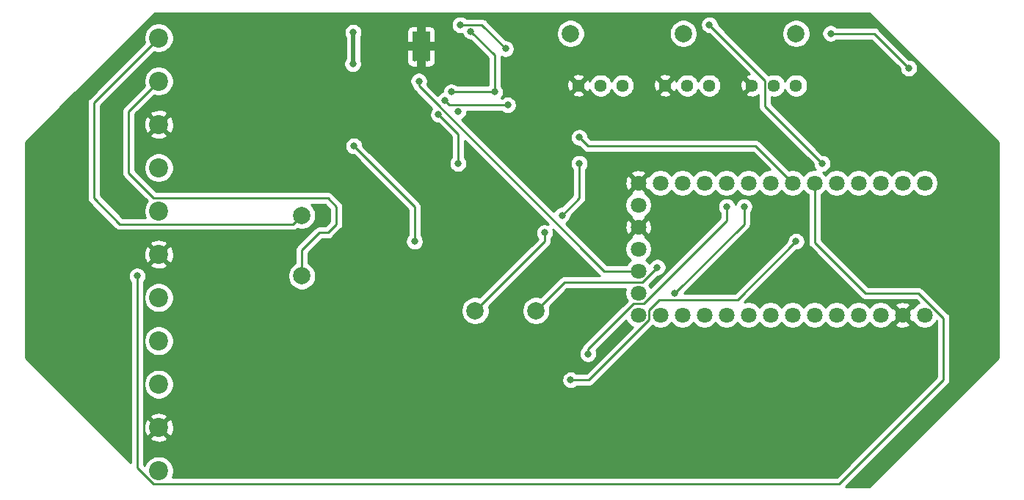
<source format=gbr>
%TF.GenerationSoftware,KiCad,Pcbnew,(5.1.7)-1*%
%TF.CreationDate,2020-11-09T09:10:01-08:00*%
%TF.ProjectId,Valve_Controller_Schematic,56616c76-655f-4436-9f6e-74726f6c6c65,rev?*%
%TF.SameCoordinates,Original*%
%TF.FileFunction,Copper,L2,Bot*%
%TF.FilePolarity,Positive*%
%FSLAX46Y46*%
G04 Gerber Fmt 4.6, Leading zero omitted, Abs format (unit mm)*
G04 Created by KiCad (PCBNEW (5.1.7)-1) date 2020-11-09 09:10:01*
%MOMM*%
%LPD*%
G01*
G04 APERTURE LIST*
%TA.AperFunction,ComponentPad*%
%ADD10C,2.000000*%
%TD*%
%TA.AperFunction,ComponentPad*%
%ADD11C,1.800000*%
%TD*%
%TA.AperFunction,SMDPad,CuDef*%
%ADD12R,2.000000X3.500000*%
%TD*%
%TA.AperFunction,ComponentPad*%
%ADD13C,0.500000*%
%TD*%
%TA.AperFunction,ComponentPad*%
%ADD14C,1.440000*%
%TD*%
%TA.AperFunction,ComponentPad*%
%ADD15C,2.200000*%
%TD*%
%TA.AperFunction,ViaPad*%
%ADD16C,0.800000*%
%TD*%
%TA.AperFunction,Conductor*%
%ADD17C,0.250000*%
%TD*%
%TA.AperFunction,Conductor*%
%ADD18C,1.000000*%
%TD*%
%TA.AperFunction,Conductor*%
%ADD19C,0.500000*%
%TD*%
%TA.AperFunction,Conductor*%
%ADD20C,0.254000*%
%TD*%
%TA.AperFunction,Conductor*%
%ADD21C,0.100000*%
%TD*%
G04 APERTURE END LIST*
D10*
%TO.P,TP7,1*%
%TO.N,/+COIL*%
X127000000Y-103000000D03*
%TD*%
%TO.P,TP6,1*%
%TO.N,/-COIL*%
X127000000Y-96000000D03*
%TD*%
%TO.P,TP5,1*%
%TO.N,/2_IN*%
X154000000Y-107000000D03*
%TD*%
%TO.P,TP4,1*%
%TO.N,/1_IN*%
X147000000Y-107000000D03*
%TD*%
%TO.P,TP3,1*%
%TO.N,/I_SENSE*%
X184000000Y-75000000D03*
%TD*%
%TO.P,TP2,1*%
%TO.N,/HALL_SIG*%
X171000000Y-75000000D03*
%TD*%
%TO.P,TP1,1*%
%TO.N,/LVDT_SIG*%
X158000000Y-75000000D03*
%TD*%
D11*
%TO.P,U1,23*%
%TO.N,/HALL_ENABLE*%
X173430000Y-107500000D03*
%TO.P,U1,22*%
%TO.N,Net-(U1-Pad22)*%
X170890000Y-107500000D03*
%TO.P,U1,21*%
%TO.N,Net-(U1-Pad21)*%
X168350000Y-107500000D03*
%TO.P,U1,20*%
%TO.N,Net-(U1-Pad20)*%
X165810000Y-107500000D03*
%TO.P,U1,19*%
%TO.N,/DRV_SLP*%
X165810000Y-104960000D03*
%TO.P,U1,18*%
%TO.N,/nFAULT*%
X165810000Y-102420000D03*
%TO.P,U1,17*%
%TO.N,Net-(U1-Pad17)*%
X165810000Y-99880000D03*
%TO.P,U1,16*%
%TO.N,GND*%
X165810000Y-97340000D03*
%TO.P,U1,15*%
%TO.N,Net-(U1-Pad15)*%
X165810000Y-94800000D03*
%TO.P,U1,14*%
%TO.N,GND*%
X165810000Y-92260000D03*
%TO.P,U1,13*%
%TO.N,Net-(U1-Pad13)*%
X168350000Y-92260000D03*
%TO.P,U1,12*%
%TO.N,Net-(U1-Pad12)*%
X170890000Y-92260000D03*
%TO.P,U1,11*%
%TO.N,Net-(U1-Pad11)*%
X173430000Y-92260000D03*
%TO.P,U1,10*%
%TO.N,Net-(RV3-Pad2)*%
X175970000Y-92260000D03*
%TO.P,U1,24*%
%TO.N,/2_IN*%
X175970000Y-107500000D03*
%TO.P,U1,25*%
%TO.N,/LED_2*%
X178510000Y-107500000D03*
%TO.P,U1,9*%
%TO.N,Net-(RV1-Pad2)*%
X178510000Y-92260000D03*
%TO.P,U1,26*%
%TO.N,/LED_1*%
X181050000Y-107500000D03*
%TO.P,U1,8*%
%TO.N,Net-(RV2-Pad2)*%
X181050000Y-92260000D03*
%TO.P,U1,27*%
%TO.N,/BUTTON_2*%
X183590000Y-107500000D03*
%TO.P,U1,7*%
%TO.N,/LVDT_SIG*%
X183590000Y-92260000D03*
%TO.P,U1,6*%
%TO.N,/HALL_SIG*%
X186130000Y-92260000D03*
%TO.P,U1,5*%
%TO.N,/I_SENSE*%
X188670000Y-92260000D03*
%TO.P,U1,28*%
%TO.N,/BUTTON_1*%
X186130000Y-107500000D03*
%TO.P,U1,29*%
%TO.N,Net-(U1-Pad29)*%
X188670000Y-107500000D03*
%TO.P,U1,30*%
%TO.N,/1_IN*%
X191210000Y-107500000D03*
%TO.P,U1,31*%
%TO.N,Net-(U1-Pad31)*%
X193750000Y-107500000D03*
%TO.P,U1,32*%
%TO.N,GND*%
X196290000Y-107500000D03*
%TO.P,U1,33*%
%TO.N,Net-(U1-Pad33)*%
X198830000Y-107500000D03*
%TO.P,U1,4*%
%TO.N,/+5V*%
X191210000Y-92260000D03*
%TO.P,U1,3*%
%TO.N,Net-(U1-Pad3)*%
X193750000Y-92260000D03*
%TO.P,U1,2*%
%TO.N,/+3V3*%
X196290000Y-92260000D03*
%TO.P,U1,1*%
%TO.N,Net-(U1-Pad1)*%
X198830000Y-92260000D03*
%TD*%
D12*
%TO.P,U2,17*%
%TO.N,GND*%
X140750000Y-76500000D03*
D13*
X141500000Y-78000000D03*
X140000000Y-78000000D03*
X141500000Y-76500000D03*
X140000000Y-76500000D03*
X141500000Y-75000000D03*
X140000000Y-75000000D03*
%TD*%
D14*
%TO.P,RV3,3*%
%TO.N,GND*%
X158920000Y-81000000D03*
%TO.P,RV3,2*%
%TO.N,Net-(RV3-Pad2)*%
X161460000Y-81000000D03*
%TO.P,RV3,1*%
%TO.N,/+3V3*%
X164000000Y-81000000D03*
%TD*%
%TO.P,RV2,3*%
%TO.N,GND*%
X178920000Y-81000000D03*
%TO.P,RV2,2*%
%TO.N,Net-(RV2-Pad2)*%
X181460000Y-81000000D03*
%TO.P,RV2,1*%
%TO.N,/+3V3*%
X184000000Y-81000000D03*
%TD*%
%TO.P,RV1,3*%
%TO.N,GND*%
X168920000Y-81000000D03*
%TO.P,RV1,2*%
%TO.N,Net-(RV1-Pad2)*%
X171460000Y-81000000D03*
%TO.P,RV1,1*%
%TO.N,/+3V3*%
X174000000Y-81000000D03*
%TD*%
D15*
%TO.P,J1,11*%
%TO.N,/-COIL*%
X110500000Y-75500000D03*
%TO.P,J1,10*%
%TO.N,/+COIL*%
X110500000Y-80500000D03*
%TO.P,J1,9*%
%TO.N,GND*%
X110500000Y-85500000D03*
%TO.P,J1,8*%
%TO.N,+7.5V*%
X110500000Y-90500000D03*
%TO.P,J1,7*%
%TO.N,/HALL_SIG*%
X110500000Y-95500000D03*
%TO.P,J1,6*%
%TO.N,GND*%
X110500000Y-100500000D03*
%TO.P,J1,5*%
%TO.N,/HALL_ENABLE*%
X110500000Y-105500000D03*
%TO.P,J1,4*%
%TO.N,/+3V3*%
X110500000Y-110500000D03*
%TO.P,J1,3*%
%TO.N,Net-(J1-Pad3)*%
X110500000Y-115500000D03*
%TO.P,J1,2*%
%TO.N,GND*%
X110500000Y-120500000D03*
%TO.P,J1,1*%
%TO.N,/+5V*%
X110500000Y-125500000D03*
%TD*%
D16*
%TO.N,*%
X145000000Y-84000000D03*
%TO.N,/LVDT_SIG*%
X160000000Y-112000000D03*
X176000000Y-95000000D03*
X159000000Y-87000000D03*
%TO.N,GND*%
X131000000Y-102000000D03*
X134050000Y-111950000D03*
X141050000Y-101050000D03*
X148000000Y-91000000D03*
X132000000Y-81520000D03*
X125000000Y-80000000D03*
X190000000Y-79000000D03*
X190000000Y-81000000D03*
X190000000Y-83000000D03*
X147000000Y-96000000D03*
X123000000Y-74000000D03*
X167000000Y-116000000D03*
X185000000Y-116000000D03*
X191000000Y-121000000D03*
X173000000Y-123000000D03*
%TO.N,/HALL_SIG*%
X108000000Y-103000000D03*
X174000000Y-74000000D03*
X187000000Y-90000000D03*
%TO.N,/I_SENSE*%
X142763757Y-84354748D03*
X145000000Y-90000000D03*
X170000000Y-105000000D03*
X178000000Y-95000000D03*
X188000000Y-75000000D03*
X197000000Y-79000000D03*
%TO.N,/+5V*%
X158000000Y-115000000D03*
X184000000Y-99000000D03*
%TO.N,Net-(R3-Pad2)*%
X132875000Y-78500000D03*
X132925000Y-74875000D03*
%TO.N,/2_IN*%
X149250000Y-81750000D03*
X144250000Y-81750000D03*
X146500000Y-74750000D03*
X168000000Y-102000000D03*
%TO.N,/nFAULT*%
X140500000Y-80500000D03*
%TO.N,/1_IN*%
X150750000Y-83250000D03*
X143500000Y-82750000D03*
X145250000Y-74000000D03*
X150500000Y-76750000D03*
X155000000Y-98000000D03*
X157000000Y-96000000D03*
X159000000Y-90000000D03*
%TO.N,Net-(U3-Pad5)*%
X133000000Y-88000000D03*
X140000000Y-99000000D03*
%TD*%
D17*
%TO.N,/LVDT_SIG*%
X176000000Y-96583002D02*
X176000000Y-95000000D01*
X160000000Y-112000000D02*
X160000000Y-111434315D01*
X166398001Y-106185001D02*
X176000000Y-96583002D01*
X165249314Y-106185001D02*
X166398001Y-106185001D01*
X160000000Y-111434315D02*
X165249314Y-106185001D01*
X159000000Y-87000000D02*
X160000000Y-88000000D01*
X179330000Y-88000000D02*
X183590000Y-92260000D01*
X160000000Y-88000000D02*
X179330000Y-88000000D01*
%TO.N,GND*%
X134000000Y-111000000D02*
X134000000Y-107000000D01*
X140750000Y-75750000D02*
X141500000Y-75000000D01*
X140750000Y-76500000D02*
X140750000Y-75750000D01*
D18*
X140750000Y-76500000D02*
X142500000Y-76500000D01*
X140750000Y-76500000D02*
X138500000Y-76500000D01*
X140750000Y-76500000D02*
X140750000Y-74250000D01*
X140750000Y-76500000D02*
X140750000Y-78750000D01*
D17*
%TO.N,/HALL_SIG*%
X186130000Y-92260000D02*
X186130000Y-99130000D01*
X186130000Y-99130000D02*
X192000000Y-105000000D01*
X198143002Y-105000000D02*
X201000000Y-107856998D01*
X192000000Y-105000000D02*
X198143002Y-105000000D01*
X201000000Y-107856998D02*
X201000000Y-115000000D01*
X201000000Y-115000000D02*
X189000000Y-127000000D01*
X189000000Y-127000000D02*
X109890998Y-127000000D01*
X108000000Y-125109002D02*
X108000000Y-103000000D01*
X109890998Y-127000000D02*
X108000000Y-125109002D01*
X180414999Y-83414999D02*
X187000000Y-90000000D01*
X180414999Y-80414999D02*
X180414999Y-83414999D01*
X174000000Y-74000000D02*
X180414999Y-80414999D01*
%TO.N,/I_SENSE*%
X145000000Y-86590991D02*
X145000000Y-90000000D01*
X142763757Y-84354748D02*
X145000000Y-86590991D01*
X178000000Y-97000000D02*
X178000000Y-95000000D01*
X170000000Y-105000000D02*
X178000000Y-97000000D01*
X188000000Y-75000000D02*
X193000000Y-75000000D01*
X193000000Y-75000000D02*
X197000000Y-79000000D01*
%TO.N,/-COIL*%
X126000001Y-96999999D02*
X105999999Y-96999999D01*
X127000000Y-96000000D02*
X126000001Y-96999999D01*
X105999999Y-96999999D02*
X103000000Y-94000000D01*
X103000000Y-83000000D02*
X110500000Y-75500000D01*
X103000000Y-94000000D02*
X103000000Y-83000000D01*
%TO.N,/+COIL*%
X127000000Y-103000000D02*
X127000000Y-100000000D01*
X127000000Y-100000000D02*
X129000000Y-98000000D01*
X129000000Y-98000000D02*
X130000000Y-98000000D01*
X130000000Y-98000000D02*
X131000000Y-97000000D01*
X131000000Y-97000000D02*
X131000000Y-95000000D01*
X131000000Y-95000000D02*
X130000000Y-94000000D01*
X109890998Y-94000000D02*
X107000000Y-91109002D01*
X130000000Y-94000000D02*
X109890998Y-94000000D01*
X107000000Y-84000000D02*
X110500000Y-80500000D01*
X107000000Y-91109002D02*
X107000000Y-84000000D01*
%TO.N,/+5V*%
X177274999Y-105725001D02*
X184000000Y-99000000D01*
X158000000Y-115000000D02*
X160123002Y-115000000D01*
X168221999Y-105725001D02*
X177274999Y-105725001D01*
X167035001Y-108088001D02*
X167035001Y-106911999D01*
X160123002Y-115000000D02*
X167035001Y-108088001D01*
X167035001Y-106911999D02*
X168221999Y-105725001D01*
%TO.N,Net-(R3-Pad2)*%
X132925000Y-78075000D02*
X132875000Y-78125000D01*
D19*
X132925000Y-74875000D02*
X132925000Y-78075000D01*
D17*
%TO.N,/2_IN*%
X149250000Y-81750000D02*
X145250000Y-81750000D01*
X149250000Y-77500000D02*
X149250000Y-81750000D01*
X146500000Y-74750000D02*
X149250000Y-77500000D01*
X145250000Y-81750000D02*
X144250000Y-81750000D01*
X166265001Y-103734999D02*
X168000000Y-102000000D01*
X157265001Y-103734999D02*
X166265001Y-103734999D01*
X154000000Y-107000000D02*
X157265001Y-103734999D01*
%TO.N,/nFAULT*%
X161854315Y-102420000D02*
X165810000Y-102420000D01*
X140500000Y-81065685D02*
X161854315Y-102420000D01*
X140500000Y-80500000D02*
X140500000Y-81065685D01*
%TO.N,/1_IN*%
X144000000Y-83250000D02*
X143500000Y-82750000D01*
X150750000Y-83250000D02*
X144000000Y-83250000D01*
X147750000Y-74000000D02*
X150500000Y-76750000D01*
X145250000Y-74000000D02*
X147750000Y-74000000D01*
X155000000Y-99000000D02*
X155000000Y-98000000D01*
X147000000Y-107000000D02*
X155000000Y-99000000D01*
X159000000Y-94000000D02*
X159000000Y-90000000D01*
X157000000Y-96000000D02*
X159000000Y-94000000D01*
%TO.N,Net-(U3-Pad5)*%
X140000000Y-95000000D02*
X140000000Y-99000000D01*
X133000000Y-88000000D02*
X140000000Y-95000000D01*
%TD*%
D20*
%TO.N,GND*%
X207373000Y-87552606D02*
X207373000Y-112447394D01*
X192447394Y-127373000D01*
X189701801Y-127373000D01*
X201511003Y-115563799D01*
X201540001Y-115540001D01*
X201634974Y-115424276D01*
X201705546Y-115292247D01*
X201749003Y-115148986D01*
X201760000Y-115037333D01*
X201760000Y-115037325D01*
X201763676Y-115000000D01*
X201760000Y-114962675D01*
X201760000Y-107894320D01*
X201763676Y-107856997D01*
X201760000Y-107819674D01*
X201760000Y-107819665D01*
X201749003Y-107708012D01*
X201705546Y-107564751D01*
X201634974Y-107432722D01*
X201540001Y-107316997D01*
X201511004Y-107293200D01*
X198706806Y-104489003D01*
X198683003Y-104459999D01*
X198567278Y-104365026D01*
X198435249Y-104294454D01*
X198291988Y-104250997D01*
X198180335Y-104240000D01*
X198180324Y-104240000D01*
X198143002Y-104236324D01*
X198105680Y-104240000D01*
X192314802Y-104240000D01*
X186890000Y-98815199D01*
X186890000Y-93598313D01*
X187108505Y-93452312D01*
X187322312Y-93238505D01*
X187400000Y-93122237D01*
X187477688Y-93238505D01*
X187691495Y-93452312D01*
X187942905Y-93620299D01*
X188222257Y-93736011D01*
X188518816Y-93795000D01*
X188821184Y-93795000D01*
X189117743Y-93736011D01*
X189397095Y-93620299D01*
X189648505Y-93452312D01*
X189862312Y-93238505D01*
X189940000Y-93122237D01*
X190017688Y-93238505D01*
X190231495Y-93452312D01*
X190482905Y-93620299D01*
X190762257Y-93736011D01*
X191058816Y-93795000D01*
X191361184Y-93795000D01*
X191657743Y-93736011D01*
X191937095Y-93620299D01*
X192188505Y-93452312D01*
X192402312Y-93238505D01*
X192480000Y-93122237D01*
X192557688Y-93238505D01*
X192771495Y-93452312D01*
X193022905Y-93620299D01*
X193302257Y-93736011D01*
X193598816Y-93795000D01*
X193901184Y-93795000D01*
X194197743Y-93736011D01*
X194477095Y-93620299D01*
X194728505Y-93452312D01*
X194942312Y-93238505D01*
X195020000Y-93122237D01*
X195097688Y-93238505D01*
X195311495Y-93452312D01*
X195562905Y-93620299D01*
X195842257Y-93736011D01*
X196138816Y-93795000D01*
X196441184Y-93795000D01*
X196737743Y-93736011D01*
X197017095Y-93620299D01*
X197268505Y-93452312D01*
X197482312Y-93238505D01*
X197560000Y-93122237D01*
X197637688Y-93238505D01*
X197851495Y-93452312D01*
X198102905Y-93620299D01*
X198382257Y-93736011D01*
X198678816Y-93795000D01*
X198981184Y-93795000D01*
X199277743Y-93736011D01*
X199557095Y-93620299D01*
X199808505Y-93452312D01*
X200022312Y-93238505D01*
X200190299Y-92987095D01*
X200306011Y-92707743D01*
X200365000Y-92411184D01*
X200365000Y-92108816D01*
X200306011Y-91812257D01*
X200190299Y-91532905D01*
X200022312Y-91281495D01*
X199808505Y-91067688D01*
X199557095Y-90899701D01*
X199277743Y-90783989D01*
X198981184Y-90725000D01*
X198678816Y-90725000D01*
X198382257Y-90783989D01*
X198102905Y-90899701D01*
X197851495Y-91067688D01*
X197637688Y-91281495D01*
X197560000Y-91397763D01*
X197482312Y-91281495D01*
X197268505Y-91067688D01*
X197017095Y-90899701D01*
X196737743Y-90783989D01*
X196441184Y-90725000D01*
X196138816Y-90725000D01*
X195842257Y-90783989D01*
X195562905Y-90899701D01*
X195311495Y-91067688D01*
X195097688Y-91281495D01*
X195020000Y-91397763D01*
X194942312Y-91281495D01*
X194728505Y-91067688D01*
X194477095Y-90899701D01*
X194197743Y-90783989D01*
X193901184Y-90725000D01*
X193598816Y-90725000D01*
X193302257Y-90783989D01*
X193022905Y-90899701D01*
X192771495Y-91067688D01*
X192557688Y-91281495D01*
X192480000Y-91397763D01*
X192402312Y-91281495D01*
X192188505Y-91067688D01*
X191937095Y-90899701D01*
X191657743Y-90783989D01*
X191361184Y-90725000D01*
X191058816Y-90725000D01*
X190762257Y-90783989D01*
X190482905Y-90899701D01*
X190231495Y-91067688D01*
X190017688Y-91281495D01*
X189940000Y-91397763D01*
X189862312Y-91281495D01*
X189648505Y-91067688D01*
X189397095Y-90899701D01*
X189117743Y-90783989D01*
X188821184Y-90725000D01*
X188518816Y-90725000D01*
X188222257Y-90783989D01*
X187942905Y-90899701D01*
X187691495Y-91067688D01*
X187477688Y-91281495D01*
X187400000Y-91397763D01*
X187322312Y-91281495D01*
X187108505Y-91067688D01*
X187059584Y-91035000D01*
X187101939Y-91035000D01*
X187301898Y-90995226D01*
X187490256Y-90917205D01*
X187659774Y-90803937D01*
X187803937Y-90659774D01*
X187917205Y-90490256D01*
X187995226Y-90301898D01*
X188035000Y-90101939D01*
X188035000Y-89898061D01*
X187995226Y-89698102D01*
X187917205Y-89509744D01*
X187803937Y-89340226D01*
X187659774Y-89196063D01*
X187490256Y-89082795D01*
X187301898Y-89004774D01*
X187101939Y-88965000D01*
X187039802Y-88965000D01*
X181174999Y-83100198D01*
X181174999Y-82324856D01*
X181326544Y-82355000D01*
X181593456Y-82355000D01*
X181855239Y-82302928D01*
X182101833Y-82200785D01*
X182323762Y-82052497D01*
X182512497Y-81863762D01*
X182660785Y-81641833D01*
X182730000Y-81474734D01*
X182799215Y-81641833D01*
X182947503Y-81863762D01*
X183136238Y-82052497D01*
X183358167Y-82200785D01*
X183604761Y-82302928D01*
X183866544Y-82355000D01*
X184133456Y-82355000D01*
X184395239Y-82302928D01*
X184641833Y-82200785D01*
X184863762Y-82052497D01*
X185052497Y-81863762D01*
X185200785Y-81641833D01*
X185302928Y-81395239D01*
X185355000Y-81133456D01*
X185355000Y-80866544D01*
X185302928Y-80604761D01*
X185200785Y-80358167D01*
X185052497Y-80136238D01*
X184863762Y-79947503D01*
X184641833Y-79799215D01*
X184395239Y-79697072D01*
X184133456Y-79645000D01*
X183866544Y-79645000D01*
X183604761Y-79697072D01*
X183358167Y-79799215D01*
X183136238Y-79947503D01*
X182947503Y-80136238D01*
X182799215Y-80358167D01*
X182730000Y-80525266D01*
X182660785Y-80358167D01*
X182512497Y-80136238D01*
X182323762Y-79947503D01*
X182101833Y-79799215D01*
X181855239Y-79697072D01*
X181593456Y-79645000D01*
X181326544Y-79645000D01*
X181064761Y-79697072D01*
X180857659Y-79782857D01*
X175913769Y-74838967D01*
X182365000Y-74838967D01*
X182365000Y-75161033D01*
X182427832Y-75476912D01*
X182551082Y-75774463D01*
X182730013Y-76042252D01*
X182957748Y-76269987D01*
X183225537Y-76448918D01*
X183523088Y-76572168D01*
X183838967Y-76635000D01*
X184161033Y-76635000D01*
X184476912Y-76572168D01*
X184774463Y-76448918D01*
X185042252Y-76269987D01*
X185269987Y-76042252D01*
X185448918Y-75774463D01*
X185572168Y-75476912D01*
X185635000Y-75161033D01*
X185635000Y-74898061D01*
X186965000Y-74898061D01*
X186965000Y-75101939D01*
X187004774Y-75301898D01*
X187082795Y-75490256D01*
X187196063Y-75659774D01*
X187340226Y-75803937D01*
X187509744Y-75917205D01*
X187698102Y-75995226D01*
X187898061Y-76035000D01*
X188101939Y-76035000D01*
X188301898Y-75995226D01*
X188490256Y-75917205D01*
X188659774Y-75803937D01*
X188703711Y-75760000D01*
X192685199Y-75760000D01*
X195965000Y-79039802D01*
X195965000Y-79101939D01*
X196004774Y-79301898D01*
X196082795Y-79490256D01*
X196196063Y-79659774D01*
X196340226Y-79803937D01*
X196509744Y-79917205D01*
X196698102Y-79995226D01*
X196898061Y-80035000D01*
X197101939Y-80035000D01*
X197301898Y-79995226D01*
X197490256Y-79917205D01*
X197659774Y-79803937D01*
X197803937Y-79659774D01*
X197917205Y-79490256D01*
X197995226Y-79301898D01*
X198035000Y-79101939D01*
X198035000Y-78898061D01*
X197995226Y-78698102D01*
X197917205Y-78509744D01*
X197803937Y-78340226D01*
X197659774Y-78196063D01*
X197490256Y-78082795D01*
X197301898Y-78004774D01*
X197101939Y-77965000D01*
X197039802Y-77965000D01*
X193563804Y-74489003D01*
X193540001Y-74459999D01*
X193424276Y-74365026D01*
X193292247Y-74294454D01*
X193148986Y-74250997D01*
X193037333Y-74240000D01*
X193037322Y-74240000D01*
X193000000Y-74236324D01*
X192962678Y-74240000D01*
X188703711Y-74240000D01*
X188659774Y-74196063D01*
X188490256Y-74082795D01*
X188301898Y-74004774D01*
X188101939Y-73965000D01*
X187898061Y-73965000D01*
X187698102Y-74004774D01*
X187509744Y-74082795D01*
X187340226Y-74196063D01*
X187196063Y-74340226D01*
X187082795Y-74509744D01*
X187004774Y-74698102D01*
X186965000Y-74898061D01*
X185635000Y-74898061D01*
X185635000Y-74838967D01*
X185572168Y-74523088D01*
X185448918Y-74225537D01*
X185269987Y-73957748D01*
X185042252Y-73730013D01*
X184774463Y-73551082D01*
X184476912Y-73427832D01*
X184161033Y-73365000D01*
X183838967Y-73365000D01*
X183523088Y-73427832D01*
X183225537Y-73551082D01*
X182957748Y-73730013D01*
X182730013Y-73957748D01*
X182551082Y-74225537D01*
X182427832Y-74523088D01*
X182365000Y-74838967D01*
X175913769Y-74838967D01*
X175035000Y-73960199D01*
X175035000Y-73898061D01*
X174995226Y-73698102D01*
X174917205Y-73509744D01*
X174803937Y-73340226D01*
X174659774Y-73196063D01*
X174490256Y-73082795D01*
X174301898Y-73004774D01*
X174101939Y-72965000D01*
X173898061Y-72965000D01*
X173698102Y-73004774D01*
X173509744Y-73082795D01*
X173340226Y-73196063D01*
X173196063Y-73340226D01*
X173082795Y-73509744D01*
X173004774Y-73698102D01*
X172965000Y-73898061D01*
X172965000Y-74101939D01*
X173004774Y-74301898D01*
X173082795Y-74490256D01*
X173196063Y-74659774D01*
X173340226Y-74803937D01*
X173509744Y-74917205D01*
X173698102Y-74995226D01*
X173898061Y-75035000D01*
X173960199Y-75035000D01*
X178602990Y-79677792D01*
X178582499Y-79680937D01*
X178331647Y-79772125D01*
X178225932Y-79828632D01*
X178164045Y-80064440D01*
X178920000Y-80820395D01*
X178934143Y-80806253D01*
X179113748Y-80985858D01*
X179099605Y-81000000D01*
X179113748Y-81014143D01*
X178934143Y-81193748D01*
X178920000Y-81179605D01*
X178164045Y-81935560D01*
X178225932Y-82171368D01*
X178467790Y-82284266D01*
X178727027Y-82347811D01*
X178993680Y-82359561D01*
X179257501Y-82319063D01*
X179508353Y-82227875D01*
X179614068Y-82171368D01*
X179655000Y-82015407D01*
X179655000Y-83377667D01*
X179651323Y-83414999D01*
X179655000Y-83452332D01*
X179664700Y-83550811D01*
X179665997Y-83563984D01*
X179709453Y-83707245D01*
X179780025Y-83839275D01*
X179851200Y-83926001D01*
X179874999Y-83955000D01*
X179903997Y-83978798D01*
X185965000Y-90039802D01*
X185965000Y-90101939D01*
X186004774Y-90301898D01*
X186082795Y-90490256D01*
X186196063Y-90659774D01*
X186261289Y-90725000D01*
X185978816Y-90725000D01*
X185682257Y-90783989D01*
X185402905Y-90899701D01*
X185151495Y-91067688D01*
X184937688Y-91281495D01*
X184860000Y-91397763D01*
X184782312Y-91281495D01*
X184568505Y-91067688D01*
X184317095Y-90899701D01*
X184037743Y-90783989D01*
X183741184Y-90725000D01*
X183438816Y-90725000D01*
X183181070Y-90776269D01*
X179893804Y-87489003D01*
X179870001Y-87459999D01*
X179754276Y-87365026D01*
X179622247Y-87294454D01*
X179478986Y-87250997D01*
X179367333Y-87240000D01*
X179367322Y-87240000D01*
X179330000Y-87236324D01*
X179292678Y-87240000D01*
X160314802Y-87240000D01*
X160035000Y-86960199D01*
X160035000Y-86898061D01*
X159995226Y-86698102D01*
X159917205Y-86509744D01*
X159803937Y-86340226D01*
X159659774Y-86196063D01*
X159490256Y-86082795D01*
X159301898Y-86004774D01*
X159101939Y-85965000D01*
X158898061Y-85965000D01*
X158698102Y-86004774D01*
X158509744Y-86082795D01*
X158340226Y-86196063D01*
X158196063Y-86340226D01*
X158082795Y-86509744D01*
X158004774Y-86698102D01*
X157965000Y-86898061D01*
X157965000Y-87101939D01*
X158004774Y-87301898D01*
X158082795Y-87490256D01*
X158196063Y-87659774D01*
X158340226Y-87803937D01*
X158509744Y-87917205D01*
X158698102Y-87995226D01*
X158898061Y-88035000D01*
X158960199Y-88035000D01*
X159436200Y-88511002D01*
X159459999Y-88540001D01*
X159488997Y-88563799D01*
X159575724Y-88634974D01*
X159707753Y-88705546D01*
X159851014Y-88749003D01*
X160000000Y-88763677D01*
X160037333Y-88760000D01*
X179015199Y-88760000D01*
X180980198Y-90725000D01*
X180898816Y-90725000D01*
X180602257Y-90783989D01*
X180322905Y-90899701D01*
X180071495Y-91067688D01*
X179857688Y-91281495D01*
X179780000Y-91397763D01*
X179702312Y-91281495D01*
X179488505Y-91067688D01*
X179237095Y-90899701D01*
X178957743Y-90783989D01*
X178661184Y-90725000D01*
X178358816Y-90725000D01*
X178062257Y-90783989D01*
X177782905Y-90899701D01*
X177531495Y-91067688D01*
X177317688Y-91281495D01*
X177240000Y-91397763D01*
X177162312Y-91281495D01*
X176948505Y-91067688D01*
X176697095Y-90899701D01*
X176417743Y-90783989D01*
X176121184Y-90725000D01*
X175818816Y-90725000D01*
X175522257Y-90783989D01*
X175242905Y-90899701D01*
X174991495Y-91067688D01*
X174777688Y-91281495D01*
X174700000Y-91397763D01*
X174622312Y-91281495D01*
X174408505Y-91067688D01*
X174157095Y-90899701D01*
X173877743Y-90783989D01*
X173581184Y-90725000D01*
X173278816Y-90725000D01*
X172982257Y-90783989D01*
X172702905Y-90899701D01*
X172451495Y-91067688D01*
X172237688Y-91281495D01*
X172160000Y-91397763D01*
X172082312Y-91281495D01*
X171868505Y-91067688D01*
X171617095Y-90899701D01*
X171337743Y-90783989D01*
X171041184Y-90725000D01*
X170738816Y-90725000D01*
X170442257Y-90783989D01*
X170162905Y-90899701D01*
X169911495Y-91067688D01*
X169697688Y-91281495D01*
X169620000Y-91397763D01*
X169542312Y-91281495D01*
X169328505Y-91067688D01*
X169077095Y-90899701D01*
X168797743Y-90783989D01*
X168501184Y-90725000D01*
X168198816Y-90725000D01*
X167902257Y-90783989D01*
X167622905Y-90899701D01*
X167371495Y-91067688D01*
X167157688Y-91281495D01*
X167055049Y-91435105D01*
X166874080Y-91375525D01*
X165989605Y-92260000D01*
X166874080Y-93144475D01*
X167055049Y-93084895D01*
X167157688Y-93238505D01*
X167371495Y-93452312D01*
X167622905Y-93620299D01*
X167902257Y-93736011D01*
X168198816Y-93795000D01*
X168501184Y-93795000D01*
X168797743Y-93736011D01*
X169077095Y-93620299D01*
X169328505Y-93452312D01*
X169542312Y-93238505D01*
X169620000Y-93122237D01*
X169697688Y-93238505D01*
X169911495Y-93452312D01*
X170162905Y-93620299D01*
X170442257Y-93736011D01*
X170738816Y-93795000D01*
X171041184Y-93795000D01*
X171337743Y-93736011D01*
X171617095Y-93620299D01*
X171868505Y-93452312D01*
X172082312Y-93238505D01*
X172160000Y-93122237D01*
X172237688Y-93238505D01*
X172451495Y-93452312D01*
X172702905Y-93620299D01*
X172982257Y-93736011D01*
X173278816Y-93795000D01*
X173581184Y-93795000D01*
X173877743Y-93736011D01*
X174157095Y-93620299D01*
X174408505Y-93452312D01*
X174622312Y-93238505D01*
X174700000Y-93122237D01*
X174777688Y-93238505D01*
X174991495Y-93452312D01*
X175242905Y-93620299D01*
X175522257Y-93736011D01*
X175818816Y-93795000D01*
X176121184Y-93795000D01*
X176417743Y-93736011D01*
X176697095Y-93620299D01*
X176948505Y-93452312D01*
X177162312Y-93238505D01*
X177240000Y-93122237D01*
X177317688Y-93238505D01*
X177531495Y-93452312D01*
X177782905Y-93620299D01*
X178062257Y-93736011D01*
X178358816Y-93795000D01*
X178661184Y-93795000D01*
X178957743Y-93736011D01*
X179237095Y-93620299D01*
X179488505Y-93452312D01*
X179702312Y-93238505D01*
X179780000Y-93122237D01*
X179857688Y-93238505D01*
X180071495Y-93452312D01*
X180322905Y-93620299D01*
X180602257Y-93736011D01*
X180898816Y-93795000D01*
X181201184Y-93795000D01*
X181497743Y-93736011D01*
X181777095Y-93620299D01*
X182028505Y-93452312D01*
X182242312Y-93238505D01*
X182320000Y-93122237D01*
X182397688Y-93238505D01*
X182611495Y-93452312D01*
X182862905Y-93620299D01*
X183142257Y-93736011D01*
X183438816Y-93795000D01*
X183741184Y-93795000D01*
X184037743Y-93736011D01*
X184317095Y-93620299D01*
X184568505Y-93452312D01*
X184782312Y-93238505D01*
X184860000Y-93122237D01*
X184937688Y-93238505D01*
X185151495Y-93452312D01*
X185370000Y-93598313D01*
X185370001Y-99092668D01*
X185366324Y-99130000D01*
X185370001Y-99167333D01*
X185380998Y-99278986D01*
X185385690Y-99294454D01*
X185424454Y-99422246D01*
X185495026Y-99554276D01*
X185561254Y-99634974D01*
X185590000Y-99670001D01*
X185618998Y-99693799D01*
X191436200Y-105511002D01*
X191459999Y-105540001D01*
X191488997Y-105563799D01*
X191575724Y-105634974D01*
X191707753Y-105705546D01*
X191851014Y-105749003D01*
X192000000Y-105763677D01*
X192037333Y-105760000D01*
X197828201Y-105760000D01*
X198177149Y-106108948D01*
X198102905Y-106139701D01*
X197851495Y-106307688D01*
X197637688Y-106521495D01*
X197535049Y-106675105D01*
X197354080Y-106615525D01*
X196469605Y-107500000D01*
X197354080Y-108384475D01*
X197535049Y-108324895D01*
X197637688Y-108478505D01*
X197851495Y-108692312D01*
X198102905Y-108860299D01*
X198382257Y-108976011D01*
X198678816Y-109035000D01*
X198981184Y-109035000D01*
X199277743Y-108976011D01*
X199557095Y-108860299D01*
X199808505Y-108692312D01*
X200022312Y-108478505D01*
X200190299Y-108227095D01*
X200221052Y-108152852D01*
X200240000Y-108171800D01*
X200240001Y-114685197D01*
X188685199Y-126240000D01*
X112071433Y-126240000D01*
X112168325Y-126006081D01*
X112235000Y-125670883D01*
X112235000Y-125329117D01*
X112168325Y-124993919D01*
X112037537Y-124678169D01*
X111847663Y-124394002D01*
X111605998Y-124152337D01*
X111321831Y-123962463D01*
X111006081Y-123831675D01*
X110670883Y-123765000D01*
X110329117Y-123765000D01*
X109993919Y-123831675D01*
X109678169Y-123962463D01*
X109394002Y-124152337D01*
X109152337Y-124394002D01*
X108962463Y-124678169D01*
X108869178Y-124903379D01*
X108760000Y-124794201D01*
X108760000Y-121706712D01*
X109472893Y-121706712D01*
X109580726Y-121981338D01*
X109887384Y-122132216D01*
X110217585Y-122220369D01*
X110558639Y-122242409D01*
X110897439Y-122197489D01*
X111220966Y-122087336D01*
X111419274Y-121981338D01*
X111527107Y-121706712D01*
X110500000Y-120679605D01*
X109472893Y-121706712D01*
X108760000Y-121706712D01*
X108760000Y-120576808D01*
X108802511Y-120897439D01*
X108912664Y-121220966D01*
X109018662Y-121419274D01*
X109293288Y-121527107D01*
X110320395Y-120500000D01*
X110679605Y-120500000D01*
X111706712Y-121527107D01*
X111981338Y-121419274D01*
X112132216Y-121112616D01*
X112220369Y-120782415D01*
X112242409Y-120441361D01*
X112197489Y-120102561D01*
X112087336Y-119779034D01*
X111981338Y-119580726D01*
X111706712Y-119472893D01*
X110679605Y-120500000D01*
X110320395Y-120500000D01*
X109293288Y-119472893D01*
X109018662Y-119580726D01*
X108867784Y-119887384D01*
X108779631Y-120217585D01*
X108760000Y-120521361D01*
X108760000Y-119293288D01*
X109472893Y-119293288D01*
X110500000Y-120320395D01*
X111527107Y-119293288D01*
X111419274Y-119018662D01*
X111112616Y-118867784D01*
X110782415Y-118779631D01*
X110441361Y-118757591D01*
X110102561Y-118802511D01*
X109779034Y-118912664D01*
X109580726Y-119018662D01*
X109472893Y-119293288D01*
X108760000Y-119293288D01*
X108760000Y-115329117D01*
X108765000Y-115329117D01*
X108765000Y-115670883D01*
X108831675Y-116006081D01*
X108962463Y-116321831D01*
X109152337Y-116605998D01*
X109394002Y-116847663D01*
X109678169Y-117037537D01*
X109993919Y-117168325D01*
X110329117Y-117235000D01*
X110670883Y-117235000D01*
X111006081Y-117168325D01*
X111321831Y-117037537D01*
X111605998Y-116847663D01*
X111847663Y-116605998D01*
X112037537Y-116321831D01*
X112168325Y-116006081D01*
X112235000Y-115670883D01*
X112235000Y-115329117D01*
X112168325Y-114993919D01*
X112037537Y-114678169D01*
X111847663Y-114394002D01*
X111605998Y-114152337D01*
X111321831Y-113962463D01*
X111006081Y-113831675D01*
X110670883Y-113765000D01*
X110329117Y-113765000D01*
X109993919Y-113831675D01*
X109678169Y-113962463D01*
X109394002Y-114152337D01*
X109152337Y-114394002D01*
X108962463Y-114678169D01*
X108831675Y-114993919D01*
X108765000Y-115329117D01*
X108760000Y-115329117D01*
X108760000Y-110329117D01*
X108765000Y-110329117D01*
X108765000Y-110670883D01*
X108831675Y-111006081D01*
X108962463Y-111321831D01*
X109152337Y-111605998D01*
X109394002Y-111847663D01*
X109678169Y-112037537D01*
X109993919Y-112168325D01*
X110329117Y-112235000D01*
X110670883Y-112235000D01*
X111006081Y-112168325D01*
X111321831Y-112037537D01*
X111605998Y-111847663D01*
X111847663Y-111605998D01*
X112037537Y-111321831D01*
X112168325Y-111006081D01*
X112235000Y-110670883D01*
X112235000Y-110329117D01*
X112168325Y-109993919D01*
X112037537Y-109678169D01*
X111847663Y-109394002D01*
X111605998Y-109152337D01*
X111321831Y-108962463D01*
X111006081Y-108831675D01*
X110670883Y-108765000D01*
X110329117Y-108765000D01*
X109993919Y-108831675D01*
X109678169Y-108962463D01*
X109394002Y-109152337D01*
X109152337Y-109394002D01*
X108962463Y-109678169D01*
X108831675Y-109993919D01*
X108765000Y-110329117D01*
X108760000Y-110329117D01*
X108760000Y-105329117D01*
X108765000Y-105329117D01*
X108765000Y-105670883D01*
X108831675Y-106006081D01*
X108962463Y-106321831D01*
X109152337Y-106605998D01*
X109394002Y-106847663D01*
X109678169Y-107037537D01*
X109993919Y-107168325D01*
X110329117Y-107235000D01*
X110670883Y-107235000D01*
X111006081Y-107168325D01*
X111321831Y-107037537D01*
X111605998Y-106847663D01*
X111847663Y-106605998D01*
X112037537Y-106321831D01*
X112168325Y-106006081D01*
X112235000Y-105670883D01*
X112235000Y-105329117D01*
X112168325Y-104993919D01*
X112037537Y-104678169D01*
X111847663Y-104394002D01*
X111605998Y-104152337D01*
X111321831Y-103962463D01*
X111006081Y-103831675D01*
X110670883Y-103765000D01*
X110329117Y-103765000D01*
X109993919Y-103831675D01*
X109678169Y-103962463D01*
X109394002Y-104152337D01*
X109152337Y-104394002D01*
X108962463Y-104678169D01*
X108831675Y-104993919D01*
X108765000Y-105329117D01*
X108760000Y-105329117D01*
X108760000Y-103703711D01*
X108803937Y-103659774D01*
X108917205Y-103490256D01*
X108995226Y-103301898D01*
X109035000Y-103101939D01*
X109035000Y-102898061D01*
X108995226Y-102698102D01*
X108917205Y-102509744D01*
X108803937Y-102340226D01*
X108659774Y-102196063D01*
X108490256Y-102082795D01*
X108301898Y-102004774D01*
X108101939Y-101965000D01*
X107898061Y-101965000D01*
X107698102Y-102004774D01*
X107509744Y-102082795D01*
X107340226Y-102196063D01*
X107196063Y-102340226D01*
X107082795Y-102509744D01*
X107004774Y-102698102D01*
X106965000Y-102898061D01*
X106965000Y-103101939D01*
X107004774Y-103301898D01*
X107082795Y-103490256D01*
X107196063Y-103659774D01*
X107240001Y-103703712D01*
X107240000Y-124560394D01*
X95127000Y-112447394D01*
X95127000Y-101706712D01*
X109472893Y-101706712D01*
X109580726Y-101981338D01*
X109887384Y-102132216D01*
X110217585Y-102220369D01*
X110558639Y-102242409D01*
X110897439Y-102197489D01*
X111220966Y-102087336D01*
X111419274Y-101981338D01*
X111527107Y-101706712D01*
X110500000Y-100679605D01*
X109472893Y-101706712D01*
X95127000Y-101706712D01*
X95127000Y-100558639D01*
X108757591Y-100558639D01*
X108802511Y-100897439D01*
X108912664Y-101220966D01*
X109018662Y-101419274D01*
X109293288Y-101527107D01*
X110320395Y-100500000D01*
X110679605Y-100500000D01*
X111706712Y-101527107D01*
X111981338Y-101419274D01*
X112132216Y-101112616D01*
X112220369Y-100782415D01*
X112242409Y-100441361D01*
X112197489Y-100102561D01*
X112087336Y-99779034D01*
X111981338Y-99580726D01*
X111706712Y-99472893D01*
X110679605Y-100500000D01*
X110320395Y-100500000D01*
X109293288Y-99472893D01*
X109018662Y-99580726D01*
X108867784Y-99887384D01*
X108779631Y-100217585D01*
X108757591Y-100558639D01*
X95127000Y-100558639D01*
X95127000Y-99293288D01*
X109472893Y-99293288D01*
X110500000Y-100320395D01*
X111527107Y-99293288D01*
X111419274Y-99018662D01*
X111112616Y-98867784D01*
X110782415Y-98779631D01*
X110441361Y-98757591D01*
X110102561Y-98802511D01*
X109779034Y-98912664D01*
X109580726Y-99018662D01*
X109472893Y-99293288D01*
X95127000Y-99293288D01*
X95127000Y-87552606D01*
X99679606Y-83000000D01*
X102236324Y-83000000D01*
X102240001Y-83037332D01*
X102240000Y-93962678D01*
X102236324Y-94000000D01*
X102240000Y-94037322D01*
X102240000Y-94037332D01*
X102250997Y-94148985D01*
X102294454Y-94292246D01*
X102365026Y-94424276D01*
X102404871Y-94472826D01*
X102459999Y-94540001D01*
X102489003Y-94563804D01*
X105436200Y-97511002D01*
X105459998Y-97540000D01*
X105575723Y-97634973D01*
X105707752Y-97705545D01*
X105851013Y-97749002D01*
X105962666Y-97759999D01*
X105962675Y-97759999D01*
X105999998Y-97763675D01*
X106037321Y-97759999D01*
X125962679Y-97759999D01*
X126000001Y-97763675D01*
X126037323Y-97759999D01*
X126037334Y-97759999D01*
X126148987Y-97749002D01*
X126292248Y-97705545D01*
X126424277Y-97634973D01*
X126508279Y-97566034D01*
X126523088Y-97572168D01*
X126838967Y-97635000D01*
X127161033Y-97635000D01*
X127476912Y-97572168D01*
X127774463Y-97448918D01*
X128042252Y-97269987D01*
X128269987Y-97042252D01*
X128448918Y-96774463D01*
X128572168Y-96476912D01*
X128635000Y-96161033D01*
X128635000Y-95838967D01*
X128572168Y-95523088D01*
X128448918Y-95225537D01*
X128269987Y-94957748D01*
X128072239Y-94760000D01*
X129685199Y-94760000D01*
X130240001Y-95314803D01*
X130240000Y-96685198D01*
X129685199Y-97240000D01*
X129037322Y-97240000D01*
X128999999Y-97236324D01*
X128962676Y-97240000D01*
X128962667Y-97240000D01*
X128851014Y-97250997D01*
X128727223Y-97288548D01*
X128707753Y-97294454D01*
X128575723Y-97365026D01*
X128503526Y-97424277D01*
X128459999Y-97459999D01*
X128436201Y-97488997D01*
X126488998Y-99436201D01*
X126460000Y-99459999D01*
X126436202Y-99488997D01*
X126436201Y-99488998D01*
X126365026Y-99575724D01*
X126294454Y-99707754D01*
X126250998Y-99851015D01*
X126236324Y-100000000D01*
X126240001Y-100037332D01*
X126240000Y-101545091D01*
X126225537Y-101551082D01*
X125957748Y-101730013D01*
X125730013Y-101957748D01*
X125551082Y-102225537D01*
X125427832Y-102523088D01*
X125365000Y-102838967D01*
X125365000Y-103161033D01*
X125427832Y-103476912D01*
X125551082Y-103774463D01*
X125730013Y-104042252D01*
X125957748Y-104269987D01*
X126225537Y-104448918D01*
X126523088Y-104572168D01*
X126838967Y-104635000D01*
X127161033Y-104635000D01*
X127476912Y-104572168D01*
X127774463Y-104448918D01*
X128042252Y-104269987D01*
X128269987Y-104042252D01*
X128448918Y-103774463D01*
X128572168Y-103476912D01*
X128635000Y-103161033D01*
X128635000Y-102838967D01*
X128572168Y-102523088D01*
X128448918Y-102225537D01*
X128269987Y-101957748D01*
X128042252Y-101730013D01*
X127774463Y-101551082D01*
X127760000Y-101545091D01*
X127760000Y-100314801D01*
X129314802Y-98760000D01*
X129962678Y-98760000D01*
X130000000Y-98763676D01*
X130037322Y-98760000D01*
X130037333Y-98760000D01*
X130148986Y-98749003D01*
X130292247Y-98705546D01*
X130424276Y-98634974D01*
X130540001Y-98540001D01*
X130563804Y-98510998D01*
X131511004Y-97563798D01*
X131540001Y-97540001D01*
X131634974Y-97424276D01*
X131705546Y-97292247D01*
X131749003Y-97148986D01*
X131760000Y-97037333D01*
X131760000Y-97037332D01*
X131763677Y-97000000D01*
X131760000Y-96962667D01*
X131760000Y-95037333D01*
X131763677Y-95000000D01*
X131759516Y-94957748D01*
X131749003Y-94851014D01*
X131705546Y-94707753D01*
X131634974Y-94575724D01*
X131540001Y-94459999D01*
X131511003Y-94436201D01*
X130563804Y-93489002D01*
X130540001Y-93459999D01*
X130424276Y-93365026D01*
X130292247Y-93294454D01*
X130148986Y-93250997D01*
X130037333Y-93240000D01*
X130037322Y-93240000D01*
X130000000Y-93236324D01*
X129962678Y-93240000D01*
X110205800Y-93240000D01*
X107760000Y-90794201D01*
X107760000Y-90329117D01*
X108765000Y-90329117D01*
X108765000Y-90670883D01*
X108831675Y-91006081D01*
X108962463Y-91321831D01*
X109152337Y-91605998D01*
X109394002Y-91847663D01*
X109678169Y-92037537D01*
X109993919Y-92168325D01*
X110329117Y-92235000D01*
X110670883Y-92235000D01*
X111006081Y-92168325D01*
X111321831Y-92037537D01*
X111605998Y-91847663D01*
X111847663Y-91605998D01*
X112037537Y-91321831D01*
X112168325Y-91006081D01*
X112235000Y-90670883D01*
X112235000Y-90329117D01*
X112168325Y-89993919D01*
X112037537Y-89678169D01*
X111847663Y-89394002D01*
X111605998Y-89152337D01*
X111321831Y-88962463D01*
X111006081Y-88831675D01*
X110670883Y-88765000D01*
X110329117Y-88765000D01*
X109993919Y-88831675D01*
X109678169Y-88962463D01*
X109394002Y-89152337D01*
X109152337Y-89394002D01*
X108962463Y-89678169D01*
X108831675Y-89993919D01*
X108765000Y-90329117D01*
X107760000Y-90329117D01*
X107760000Y-87898061D01*
X131965000Y-87898061D01*
X131965000Y-88101939D01*
X132004774Y-88301898D01*
X132082795Y-88490256D01*
X132196063Y-88659774D01*
X132340226Y-88803937D01*
X132509744Y-88917205D01*
X132698102Y-88995226D01*
X132898061Y-89035000D01*
X132960199Y-89035000D01*
X139240000Y-95314802D01*
X139240001Y-98296288D01*
X139196063Y-98340226D01*
X139082795Y-98509744D01*
X139004774Y-98698102D01*
X138965000Y-98898061D01*
X138965000Y-99101939D01*
X139004774Y-99301898D01*
X139082795Y-99490256D01*
X139196063Y-99659774D01*
X139340226Y-99803937D01*
X139509744Y-99917205D01*
X139698102Y-99995226D01*
X139898061Y-100035000D01*
X140101939Y-100035000D01*
X140301898Y-99995226D01*
X140490256Y-99917205D01*
X140659774Y-99803937D01*
X140803937Y-99659774D01*
X140917205Y-99490256D01*
X140995226Y-99301898D01*
X141035000Y-99101939D01*
X141035000Y-98898061D01*
X140995226Y-98698102D01*
X140917205Y-98509744D01*
X140803937Y-98340226D01*
X140760000Y-98296289D01*
X140760000Y-95037323D01*
X140763676Y-95000000D01*
X140760000Y-94962677D01*
X140760000Y-94962667D01*
X140749003Y-94851014D01*
X140705546Y-94707753D01*
X140674043Y-94648816D01*
X140634974Y-94575723D01*
X140563799Y-94488997D01*
X140540001Y-94459999D01*
X140511004Y-94436202D01*
X134035000Y-87960199D01*
X134035000Y-87898061D01*
X133995226Y-87698102D01*
X133917205Y-87509744D01*
X133803937Y-87340226D01*
X133659774Y-87196063D01*
X133490256Y-87082795D01*
X133301898Y-87004774D01*
X133101939Y-86965000D01*
X132898061Y-86965000D01*
X132698102Y-87004774D01*
X132509744Y-87082795D01*
X132340226Y-87196063D01*
X132196063Y-87340226D01*
X132082795Y-87509744D01*
X132004774Y-87698102D01*
X131965000Y-87898061D01*
X107760000Y-87898061D01*
X107760000Y-86706712D01*
X109472893Y-86706712D01*
X109580726Y-86981338D01*
X109887384Y-87132216D01*
X110217585Y-87220369D01*
X110558639Y-87242409D01*
X110897439Y-87197489D01*
X111220966Y-87087336D01*
X111419274Y-86981338D01*
X111527107Y-86706712D01*
X110500000Y-85679605D01*
X109472893Y-86706712D01*
X107760000Y-86706712D01*
X107760000Y-85558639D01*
X108757591Y-85558639D01*
X108802511Y-85897439D01*
X108912664Y-86220966D01*
X109018662Y-86419274D01*
X109293288Y-86527107D01*
X110320395Y-85500000D01*
X110679605Y-85500000D01*
X111706712Y-86527107D01*
X111981338Y-86419274D01*
X112132216Y-86112616D01*
X112220369Y-85782415D01*
X112242409Y-85441361D01*
X112197489Y-85102561D01*
X112087336Y-84779034D01*
X111981338Y-84580726D01*
X111706712Y-84472893D01*
X110679605Y-85500000D01*
X110320395Y-85500000D01*
X109293288Y-84472893D01*
X109018662Y-84580726D01*
X108867784Y-84887384D01*
X108779631Y-85217585D01*
X108757591Y-85558639D01*
X107760000Y-85558639D01*
X107760000Y-84314801D01*
X107781513Y-84293288D01*
X109472893Y-84293288D01*
X110500000Y-85320395D01*
X111527107Y-84293288D01*
X111419274Y-84018662D01*
X111112616Y-83867784D01*
X110782415Y-83779631D01*
X110441361Y-83757591D01*
X110102561Y-83802511D01*
X109779034Y-83912664D01*
X109580726Y-84018662D01*
X109472893Y-84293288D01*
X107781513Y-84293288D01*
X109932088Y-82142714D01*
X109993919Y-82168325D01*
X110329117Y-82235000D01*
X110670883Y-82235000D01*
X111006081Y-82168325D01*
X111321831Y-82037537D01*
X111605998Y-81847663D01*
X111847663Y-81605998D01*
X112037537Y-81321831D01*
X112168325Y-81006081D01*
X112235000Y-80670883D01*
X112235000Y-80398061D01*
X139465000Y-80398061D01*
X139465000Y-80601939D01*
X139504774Y-80801898D01*
X139582795Y-80990256D01*
X139696063Y-81159774D01*
X139751013Y-81214724D01*
X139794454Y-81357932D01*
X139814396Y-81395239D01*
X139865026Y-81489961D01*
X139936201Y-81576687D01*
X139960000Y-81605686D01*
X139988998Y-81629484D01*
X142007154Y-83647640D01*
X141959820Y-83694974D01*
X141846552Y-83864492D01*
X141768531Y-84052850D01*
X141728757Y-84252809D01*
X141728757Y-84456687D01*
X141768531Y-84656646D01*
X141846552Y-84845004D01*
X141959820Y-85014522D01*
X142103983Y-85158685D01*
X142273501Y-85271953D01*
X142461859Y-85349974D01*
X142661818Y-85389748D01*
X142723956Y-85389748D01*
X144240000Y-86905793D01*
X144240001Y-89296288D01*
X144196063Y-89340226D01*
X144082795Y-89509744D01*
X144004774Y-89698102D01*
X143965000Y-89898061D01*
X143965000Y-90101939D01*
X144004774Y-90301898D01*
X144082795Y-90490256D01*
X144196063Y-90659774D01*
X144340226Y-90803937D01*
X144509744Y-90917205D01*
X144698102Y-90995226D01*
X144898061Y-91035000D01*
X145101939Y-91035000D01*
X145301898Y-90995226D01*
X145490256Y-90917205D01*
X145659774Y-90803937D01*
X145803937Y-90659774D01*
X145917205Y-90490256D01*
X145995226Y-90301898D01*
X146035000Y-90101939D01*
X146035000Y-89898061D01*
X145995226Y-89698102D01*
X145917205Y-89509744D01*
X145803937Y-89340226D01*
X145760000Y-89296289D01*
X145760000Y-87400486D01*
X155408404Y-97048890D01*
X155301898Y-97004774D01*
X155101939Y-96965000D01*
X154898061Y-96965000D01*
X154698102Y-97004774D01*
X154509744Y-97082795D01*
X154340226Y-97196063D01*
X154196063Y-97340226D01*
X154082795Y-97509744D01*
X154004774Y-97698102D01*
X153965000Y-97898061D01*
X153965000Y-98101939D01*
X154004774Y-98301898D01*
X154082795Y-98490256D01*
X154196063Y-98659774D01*
X154230743Y-98694454D01*
X147491376Y-105433823D01*
X147476912Y-105427832D01*
X147161033Y-105365000D01*
X146838967Y-105365000D01*
X146523088Y-105427832D01*
X146225537Y-105551082D01*
X145957748Y-105730013D01*
X145730013Y-105957748D01*
X145551082Y-106225537D01*
X145427832Y-106523088D01*
X145365000Y-106838967D01*
X145365000Y-107161033D01*
X145427832Y-107476912D01*
X145551082Y-107774463D01*
X145730013Y-108042252D01*
X145957748Y-108269987D01*
X146225537Y-108448918D01*
X146523088Y-108572168D01*
X146838967Y-108635000D01*
X147161033Y-108635000D01*
X147476912Y-108572168D01*
X147774463Y-108448918D01*
X148042252Y-108269987D01*
X148269987Y-108042252D01*
X148448918Y-107774463D01*
X148572168Y-107476912D01*
X148635000Y-107161033D01*
X148635000Y-106838967D01*
X148572168Y-106523088D01*
X148566177Y-106508624D01*
X155511009Y-99563794D01*
X155540001Y-99540001D01*
X155563795Y-99511008D01*
X155563799Y-99511004D01*
X155634973Y-99424277D01*
X155634974Y-99424276D01*
X155705546Y-99292247D01*
X155749003Y-99148986D01*
X155760000Y-99037333D01*
X155760000Y-99037324D01*
X155763676Y-99000001D01*
X155760000Y-98962678D01*
X155760000Y-98703711D01*
X155803937Y-98659774D01*
X155917205Y-98490256D01*
X155995226Y-98301898D01*
X156035000Y-98101939D01*
X156035000Y-97898061D01*
X155995226Y-97698102D01*
X155951110Y-97591596D01*
X161290516Y-102931003D01*
X161314314Y-102960001D01*
X161332589Y-102974999D01*
X157302326Y-102974999D01*
X157265001Y-102971323D01*
X157227676Y-102974999D01*
X157227668Y-102974999D01*
X157116015Y-102985996D01*
X156972754Y-103029453D01*
X156840725Y-103100025D01*
X156725000Y-103194998D01*
X156701202Y-103223996D01*
X154491376Y-105433823D01*
X154476912Y-105427832D01*
X154161033Y-105365000D01*
X153838967Y-105365000D01*
X153523088Y-105427832D01*
X153225537Y-105551082D01*
X152957748Y-105730013D01*
X152730013Y-105957748D01*
X152551082Y-106225537D01*
X152427832Y-106523088D01*
X152365000Y-106838967D01*
X152365000Y-107161033D01*
X152427832Y-107476912D01*
X152551082Y-107774463D01*
X152730013Y-108042252D01*
X152957748Y-108269987D01*
X153225537Y-108448918D01*
X153523088Y-108572168D01*
X153838967Y-108635000D01*
X154161033Y-108635000D01*
X154476912Y-108572168D01*
X154774463Y-108448918D01*
X155042252Y-108269987D01*
X155269987Y-108042252D01*
X155448918Y-107774463D01*
X155572168Y-107476912D01*
X155635000Y-107161033D01*
X155635000Y-106838967D01*
X155572168Y-106523088D01*
X155566177Y-106508624D01*
X157579803Y-104494999D01*
X164341138Y-104494999D01*
X164333989Y-104512257D01*
X164275000Y-104808816D01*
X164275000Y-105111184D01*
X164333989Y-105407743D01*
X164449701Y-105687095D01*
X164538909Y-105820604D01*
X159488998Y-110870516D01*
X159460000Y-110894314D01*
X159436202Y-110923312D01*
X159436201Y-110923313D01*
X159365026Y-111010039D01*
X159326137Y-111082795D01*
X159294454Y-111142068D01*
X159251013Y-111285276D01*
X159196063Y-111340226D01*
X159082795Y-111509744D01*
X159004774Y-111698102D01*
X158965000Y-111898061D01*
X158965000Y-112101939D01*
X159004774Y-112301898D01*
X159082795Y-112490256D01*
X159196063Y-112659774D01*
X159340226Y-112803937D01*
X159509744Y-112917205D01*
X159698102Y-112995226D01*
X159898061Y-113035000D01*
X160101939Y-113035000D01*
X160301898Y-112995226D01*
X160490256Y-112917205D01*
X160659774Y-112803937D01*
X160803937Y-112659774D01*
X160917205Y-112490256D01*
X160995226Y-112301898D01*
X161035000Y-112101939D01*
X161035000Y-111898061D01*
X160995226Y-111698102D01*
X160941271Y-111567845D01*
X164400589Y-108108528D01*
X164449701Y-108227095D01*
X164617688Y-108478505D01*
X164831495Y-108692312D01*
X165082905Y-108860299D01*
X165157148Y-108891052D01*
X159808201Y-114240000D01*
X158703711Y-114240000D01*
X158659774Y-114196063D01*
X158490256Y-114082795D01*
X158301898Y-114004774D01*
X158101939Y-113965000D01*
X157898061Y-113965000D01*
X157698102Y-114004774D01*
X157509744Y-114082795D01*
X157340226Y-114196063D01*
X157196063Y-114340226D01*
X157082795Y-114509744D01*
X157004774Y-114698102D01*
X156965000Y-114898061D01*
X156965000Y-115101939D01*
X157004774Y-115301898D01*
X157082795Y-115490256D01*
X157196063Y-115659774D01*
X157340226Y-115803937D01*
X157509744Y-115917205D01*
X157698102Y-115995226D01*
X157898061Y-116035000D01*
X158101939Y-116035000D01*
X158301898Y-115995226D01*
X158490256Y-115917205D01*
X158659774Y-115803937D01*
X158703711Y-115760000D01*
X160085680Y-115760000D01*
X160123002Y-115763676D01*
X160160324Y-115760000D01*
X160160335Y-115760000D01*
X160271988Y-115749003D01*
X160415249Y-115705546D01*
X160547278Y-115634974D01*
X160663003Y-115540001D01*
X160686806Y-115510997D01*
X167451820Y-108745984D01*
X167622905Y-108860299D01*
X167902257Y-108976011D01*
X168198816Y-109035000D01*
X168501184Y-109035000D01*
X168797743Y-108976011D01*
X169077095Y-108860299D01*
X169328505Y-108692312D01*
X169542312Y-108478505D01*
X169620000Y-108362237D01*
X169697688Y-108478505D01*
X169911495Y-108692312D01*
X170162905Y-108860299D01*
X170442257Y-108976011D01*
X170738816Y-109035000D01*
X171041184Y-109035000D01*
X171337743Y-108976011D01*
X171617095Y-108860299D01*
X171868505Y-108692312D01*
X172082312Y-108478505D01*
X172160000Y-108362237D01*
X172237688Y-108478505D01*
X172451495Y-108692312D01*
X172702905Y-108860299D01*
X172982257Y-108976011D01*
X173278816Y-109035000D01*
X173581184Y-109035000D01*
X173877743Y-108976011D01*
X174157095Y-108860299D01*
X174408505Y-108692312D01*
X174622312Y-108478505D01*
X174700000Y-108362237D01*
X174777688Y-108478505D01*
X174991495Y-108692312D01*
X175242905Y-108860299D01*
X175522257Y-108976011D01*
X175818816Y-109035000D01*
X176121184Y-109035000D01*
X176417743Y-108976011D01*
X176697095Y-108860299D01*
X176948505Y-108692312D01*
X177162312Y-108478505D01*
X177240000Y-108362237D01*
X177317688Y-108478505D01*
X177531495Y-108692312D01*
X177782905Y-108860299D01*
X178062257Y-108976011D01*
X178358816Y-109035000D01*
X178661184Y-109035000D01*
X178957743Y-108976011D01*
X179237095Y-108860299D01*
X179488505Y-108692312D01*
X179702312Y-108478505D01*
X179780000Y-108362237D01*
X179857688Y-108478505D01*
X180071495Y-108692312D01*
X180322905Y-108860299D01*
X180602257Y-108976011D01*
X180898816Y-109035000D01*
X181201184Y-109035000D01*
X181497743Y-108976011D01*
X181777095Y-108860299D01*
X182028505Y-108692312D01*
X182242312Y-108478505D01*
X182320000Y-108362237D01*
X182397688Y-108478505D01*
X182611495Y-108692312D01*
X182862905Y-108860299D01*
X183142257Y-108976011D01*
X183438816Y-109035000D01*
X183741184Y-109035000D01*
X184037743Y-108976011D01*
X184317095Y-108860299D01*
X184568505Y-108692312D01*
X184782312Y-108478505D01*
X184860000Y-108362237D01*
X184937688Y-108478505D01*
X185151495Y-108692312D01*
X185402905Y-108860299D01*
X185682257Y-108976011D01*
X185978816Y-109035000D01*
X186281184Y-109035000D01*
X186577743Y-108976011D01*
X186857095Y-108860299D01*
X187108505Y-108692312D01*
X187322312Y-108478505D01*
X187400000Y-108362237D01*
X187477688Y-108478505D01*
X187691495Y-108692312D01*
X187942905Y-108860299D01*
X188222257Y-108976011D01*
X188518816Y-109035000D01*
X188821184Y-109035000D01*
X189117743Y-108976011D01*
X189397095Y-108860299D01*
X189648505Y-108692312D01*
X189862312Y-108478505D01*
X189940000Y-108362237D01*
X190017688Y-108478505D01*
X190231495Y-108692312D01*
X190482905Y-108860299D01*
X190762257Y-108976011D01*
X191058816Y-109035000D01*
X191361184Y-109035000D01*
X191657743Y-108976011D01*
X191937095Y-108860299D01*
X192188505Y-108692312D01*
X192402312Y-108478505D01*
X192480000Y-108362237D01*
X192557688Y-108478505D01*
X192771495Y-108692312D01*
X193022905Y-108860299D01*
X193302257Y-108976011D01*
X193598816Y-109035000D01*
X193901184Y-109035000D01*
X194197743Y-108976011D01*
X194477095Y-108860299D01*
X194728505Y-108692312D01*
X194856737Y-108564080D01*
X195405525Y-108564080D01*
X195489208Y-108818261D01*
X195761775Y-108949158D01*
X196054642Y-109024365D01*
X196356553Y-109040991D01*
X196655907Y-108998397D01*
X196941199Y-108898222D01*
X197090792Y-108818261D01*
X197174475Y-108564080D01*
X196290000Y-107679605D01*
X195405525Y-108564080D01*
X194856737Y-108564080D01*
X194942312Y-108478505D01*
X195044951Y-108324895D01*
X195225920Y-108384475D01*
X196110395Y-107500000D01*
X195225920Y-106615525D01*
X195044951Y-106675105D01*
X194942312Y-106521495D01*
X194856737Y-106435920D01*
X195405525Y-106435920D01*
X196290000Y-107320395D01*
X197174475Y-106435920D01*
X197090792Y-106181739D01*
X196818225Y-106050842D01*
X196525358Y-105975635D01*
X196223447Y-105959009D01*
X195924093Y-106001603D01*
X195638801Y-106101778D01*
X195489208Y-106181739D01*
X195405525Y-106435920D01*
X194856737Y-106435920D01*
X194728505Y-106307688D01*
X194477095Y-106139701D01*
X194197743Y-106023989D01*
X193901184Y-105965000D01*
X193598816Y-105965000D01*
X193302257Y-106023989D01*
X193022905Y-106139701D01*
X192771495Y-106307688D01*
X192557688Y-106521495D01*
X192480000Y-106637763D01*
X192402312Y-106521495D01*
X192188505Y-106307688D01*
X191937095Y-106139701D01*
X191657743Y-106023989D01*
X191361184Y-105965000D01*
X191058816Y-105965000D01*
X190762257Y-106023989D01*
X190482905Y-106139701D01*
X190231495Y-106307688D01*
X190017688Y-106521495D01*
X189940000Y-106637763D01*
X189862312Y-106521495D01*
X189648505Y-106307688D01*
X189397095Y-106139701D01*
X189117743Y-106023989D01*
X188821184Y-105965000D01*
X188518816Y-105965000D01*
X188222257Y-106023989D01*
X187942905Y-106139701D01*
X187691495Y-106307688D01*
X187477688Y-106521495D01*
X187400000Y-106637763D01*
X187322312Y-106521495D01*
X187108505Y-106307688D01*
X186857095Y-106139701D01*
X186577743Y-106023989D01*
X186281184Y-105965000D01*
X185978816Y-105965000D01*
X185682257Y-106023989D01*
X185402905Y-106139701D01*
X185151495Y-106307688D01*
X184937688Y-106521495D01*
X184860000Y-106637763D01*
X184782312Y-106521495D01*
X184568505Y-106307688D01*
X184317095Y-106139701D01*
X184037743Y-106023989D01*
X183741184Y-105965000D01*
X183438816Y-105965000D01*
X183142257Y-106023989D01*
X182862905Y-106139701D01*
X182611495Y-106307688D01*
X182397688Y-106521495D01*
X182320000Y-106637763D01*
X182242312Y-106521495D01*
X182028505Y-106307688D01*
X181777095Y-106139701D01*
X181497743Y-106023989D01*
X181201184Y-105965000D01*
X180898816Y-105965000D01*
X180602257Y-106023989D01*
X180322905Y-106139701D01*
X180071495Y-106307688D01*
X179857688Y-106521495D01*
X179780000Y-106637763D01*
X179702312Y-106521495D01*
X179488505Y-106307688D01*
X179237095Y-106139701D01*
X178957743Y-106023989D01*
X178661184Y-105965000D01*
X178358816Y-105965000D01*
X178062257Y-106023989D01*
X178042719Y-106032082D01*
X184039802Y-100035000D01*
X184101939Y-100035000D01*
X184301898Y-99995226D01*
X184490256Y-99917205D01*
X184659774Y-99803937D01*
X184803937Y-99659774D01*
X184917205Y-99490256D01*
X184995226Y-99301898D01*
X185035000Y-99101939D01*
X185035000Y-98898061D01*
X184995226Y-98698102D01*
X184917205Y-98509744D01*
X184803937Y-98340226D01*
X184659774Y-98196063D01*
X184490256Y-98082795D01*
X184301898Y-98004774D01*
X184101939Y-97965000D01*
X183898061Y-97965000D01*
X183698102Y-98004774D01*
X183509744Y-98082795D01*
X183340226Y-98196063D01*
X183196063Y-98340226D01*
X183082795Y-98509744D01*
X183004774Y-98698102D01*
X182965000Y-98898061D01*
X182965000Y-98960198D01*
X176960198Y-104965001D01*
X171109800Y-104965001D01*
X178511009Y-97563794D01*
X178540001Y-97540001D01*
X178563795Y-97511008D01*
X178563799Y-97511004D01*
X178634973Y-97424277D01*
X178634974Y-97424276D01*
X178705546Y-97292247D01*
X178749003Y-97148986D01*
X178760000Y-97037333D01*
X178760000Y-97037324D01*
X178763676Y-97000001D01*
X178760000Y-96962678D01*
X178760000Y-95703711D01*
X178803937Y-95659774D01*
X178917205Y-95490256D01*
X178995226Y-95301898D01*
X179035000Y-95101939D01*
X179035000Y-94898061D01*
X178995226Y-94698102D01*
X178917205Y-94509744D01*
X178803937Y-94340226D01*
X178659774Y-94196063D01*
X178490256Y-94082795D01*
X178301898Y-94004774D01*
X178101939Y-93965000D01*
X177898061Y-93965000D01*
X177698102Y-94004774D01*
X177509744Y-94082795D01*
X177340226Y-94196063D01*
X177196063Y-94340226D01*
X177082795Y-94509744D01*
X177004774Y-94698102D01*
X177000000Y-94722103D01*
X176995226Y-94698102D01*
X176917205Y-94509744D01*
X176803937Y-94340226D01*
X176659774Y-94196063D01*
X176490256Y-94082795D01*
X176301898Y-94004774D01*
X176101939Y-93965000D01*
X175898061Y-93965000D01*
X175698102Y-94004774D01*
X175509744Y-94082795D01*
X175340226Y-94196063D01*
X175196063Y-94340226D01*
X175082795Y-94509744D01*
X175004774Y-94698102D01*
X174965000Y-94898061D01*
X174965000Y-95101939D01*
X175004774Y-95301898D01*
X175082795Y-95490256D01*
X175196063Y-95659774D01*
X175240001Y-95703712D01*
X175240000Y-96268200D01*
X167201052Y-104307149D01*
X167170299Y-104232905D01*
X167038759Y-104036042D01*
X168039802Y-103035000D01*
X168101939Y-103035000D01*
X168301898Y-102995226D01*
X168490256Y-102917205D01*
X168659774Y-102803937D01*
X168803937Y-102659774D01*
X168917205Y-102490256D01*
X168995226Y-102301898D01*
X169035000Y-102101939D01*
X169035000Y-101898061D01*
X168995226Y-101698102D01*
X168917205Y-101509744D01*
X168803937Y-101340226D01*
X168659774Y-101196063D01*
X168490256Y-101082795D01*
X168301898Y-101004774D01*
X168101939Y-100965000D01*
X167898061Y-100965000D01*
X167698102Y-101004774D01*
X167509744Y-101082795D01*
X167340226Y-101196063D01*
X167196063Y-101340226D01*
X167082795Y-101509744D01*
X167069447Y-101541969D01*
X167002312Y-101441495D01*
X166788505Y-101227688D01*
X166672237Y-101150000D01*
X166788505Y-101072312D01*
X167002312Y-100858505D01*
X167170299Y-100607095D01*
X167286011Y-100327743D01*
X167345000Y-100031184D01*
X167345000Y-99728816D01*
X167286011Y-99432257D01*
X167170299Y-99152905D01*
X167002312Y-98901495D01*
X166788505Y-98687688D01*
X166634895Y-98585049D01*
X166694475Y-98404080D01*
X165810000Y-97519605D01*
X164925525Y-98404080D01*
X164985105Y-98585049D01*
X164831495Y-98687688D01*
X164617688Y-98901495D01*
X164449701Y-99152905D01*
X164333989Y-99432257D01*
X164275000Y-99728816D01*
X164275000Y-100031184D01*
X164333989Y-100327743D01*
X164449701Y-100607095D01*
X164617688Y-100858505D01*
X164831495Y-101072312D01*
X164947763Y-101150000D01*
X164831495Y-101227688D01*
X164617688Y-101441495D01*
X164471687Y-101660000D01*
X162169117Y-101660000D01*
X157915670Y-97406553D01*
X164269009Y-97406553D01*
X164311603Y-97705907D01*
X164411778Y-97991199D01*
X164491739Y-98140792D01*
X164745920Y-98224475D01*
X165630395Y-97340000D01*
X165989605Y-97340000D01*
X166874080Y-98224475D01*
X167128261Y-98140792D01*
X167259158Y-97868225D01*
X167334365Y-97575358D01*
X167350991Y-97273447D01*
X167308397Y-96974093D01*
X167208222Y-96688801D01*
X167128261Y-96539208D01*
X166874080Y-96455525D01*
X165989605Y-97340000D01*
X165630395Y-97340000D01*
X164745920Y-96455525D01*
X164491739Y-96539208D01*
X164360842Y-96811775D01*
X164285635Y-97104642D01*
X164269009Y-97406553D01*
X157915670Y-97406553D01*
X157445048Y-96935931D01*
X157490256Y-96917205D01*
X157659774Y-96803937D01*
X157803937Y-96659774D01*
X157917205Y-96490256D01*
X157995226Y-96301898D01*
X158035000Y-96101939D01*
X158035000Y-96039801D01*
X159425985Y-94648816D01*
X164275000Y-94648816D01*
X164275000Y-94951184D01*
X164333989Y-95247743D01*
X164449701Y-95527095D01*
X164617688Y-95778505D01*
X164831495Y-95992312D01*
X164985105Y-96094951D01*
X164925525Y-96275920D01*
X165810000Y-97160395D01*
X166694475Y-96275920D01*
X166634895Y-96094951D01*
X166788505Y-95992312D01*
X167002312Y-95778505D01*
X167170299Y-95527095D01*
X167286011Y-95247743D01*
X167345000Y-94951184D01*
X167345000Y-94648816D01*
X167286011Y-94352257D01*
X167170299Y-94072905D01*
X167002312Y-93821495D01*
X166788505Y-93607688D01*
X166634895Y-93505049D01*
X166694475Y-93324080D01*
X165810000Y-92439605D01*
X164925525Y-93324080D01*
X164985105Y-93505049D01*
X164831495Y-93607688D01*
X164617688Y-93821495D01*
X164449701Y-94072905D01*
X164333989Y-94352257D01*
X164275000Y-94648816D01*
X159425985Y-94648816D01*
X159511004Y-94563798D01*
X159540001Y-94540001D01*
X159632056Y-94427832D01*
X159634974Y-94424277D01*
X159705546Y-94292247D01*
X159722510Y-94236323D01*
X159749003Y-94148986D01*
X159760000Y-94037333D01*
X159760000Y-94037324D01*
X159763676Y-94000001D01*
X159760000Y-93962678D01*
X159760000Y-92326553D01*
X164269009Y-92326553D01*
X164311603Y-92625907D01*
X164411778Y-92911199D01*
X164491739Y-93060792D01*
X164745920Y-93144475D01*
X165630395Y-92260000D01*
X164745920Y-91375525D01*
X164491739Y-91459208D01*
X164360842Y-91731775D01*
X164285635Y-92024642D01*
X164269009Y-92326553D01*
X159760000Y-92326553D01*
X159760000Y-91195920D01*
X164925525Y-91195920D01*
X165810000Y-92080395D01*
X166694475Y-91195920D01*
X166610792Y-90941739D01*
X166338225Y-90810842D01*
X166045358Y-90735635D01*
X165743447Y-90719009D01*
X165444093Y-90761603D01*
X165158801Y-90861778D01*
X165009208Y-90941739D01*
X164925525Y-91195920D01*
X159760000Y-91195920D01*
X159760000Y-90703711D01*
X159803937Y-90659774D01*
X159917205Y-90490256D01*
X159995226Y-90301898D01*
X160035000Y-90101939D01*
X160035000Y-89898061D01*
X159995226Y-89698102D01*
X159917205Y-89509744D01*
X159803937Y-89340226D01*
X159659774Y-89196063D01*
X159490256Y-89082795D01*
X159301898Y-89004774D01*
X159101939Y-88965000D01*
X158898061Y-88965000D01*
X158698102Y-89004774D01*
X158509744Y-89082795D01*
X158340226Y-89196063D01*
X158196063Y-89340226D01*
X158082795Y-89509744D01*
X158004774Y-89698102D01*
X157965000Y-89898061D01*
X157965000Y-90101939D01*
X158004774Y-90301898D01*
X158082795Y-90490256D01*
X158196063Y-90659774D01*
X158240001Y-90703712D01*
X158240000Y-93685198D01*
X156960199Y-94965000D01*
X156898061Y-94965000D01*
X156698102Y-95004774D01*
X156509744Y-95082795D01*
X156340226Y-95196063D01*
X156196063Y-95340226D01*
X156082795Y-95509744D01*
X156064069Y-95554952D01*
X145445047Y-84935931D01*
X145490256Y-84917205D01*
X145659774Y-84803937D01*
X145803937Y-84659774D01*
X145917205Y-84490256D01*
X145995226Y-84301898D01*
X146035000Y-84101939D01*
X146035000Y-84010000D01*
X150046289Y-84010000D01*
X150090226Y-84053937D01*
X150259744Y-84167205D01*
X150448102Y-84245226D01*
X150648061Y-84285000D01*
X150851939Y-84285000D01*
X151051898Y-84245226D01*
X151240256Y-84167205D01*
X151409774Y-84053937D01*
X151553937Y-83909774D01*
X151667205Y-83740256D01*
X151745226Y-83551898D01*
X151785000Y-83351939D01*
X151785000Y-83148061D01*
X151745226Y-82948102D01*
X151667205Y-82759744D01*
X151553937Y-82590226D01*
X151409774Y-82446063D01*
X151240256Y-82332795D01*
X151051898Y-82254774D01*
X150851939Y-82215000D01*
X150648061Y-82215000D01*
X150448102Y-82254774D01*
X150259744Y-82332795D01*
X150090226Y-82446063D01*
X150046289Y-82490000D01*
X149973711Y-82490000D01*
X150053937Y-82409774D01*
X150167205Y-82240256D01*
X150245226Y-82051898D01*
X150268366Y-81935560D01*
X158164045Y-81935560D01*
X158225932Y-82171368D01*
X158467790Y-82284266D01*
X158727027Y-82347811D01*
X158993680Y-82359561D01*
X159257501Y-82319063D01*
X159508353Y-82227875D01*
X159614068Y-82171368D01*
X159675955Y-81935560D01*
X158920000Y-81179605D01*
X158164045Y-81935560D01*
X150268366Y-81935560D01*
X150285000Y-81851939D01*
X150285000Y-81648061D01*
X150245226Y-81448102D01*
X150167205Y-81259744D01*
X150053937Y-81090226D01*
X150037391Y-81073680D01*
X157560439Y-81073680D01*
X157600937Y-81337501D01*
X157692125Y-81588353D01*
X157748632Y-81694068D01*
X157984440Y-81755955D01*
X158740395Y-81000000D01*
X159099605Y-81000000D01*
X159855560Y-81755955D01*
X160091368Y-81694068D01*
X160191764Y-81478993D01*
X160259215Y-81641833D01*
X160407503Y-81863762D01*
X160596238Y-82052497D01*
X160818167Y-82200785D01*
X161064761Y-82302928D01*
X161326544Y-82355000D01*
X161593456Y-82355000D01*
X161855239Y-82302928D01*
X162101833Y-82200785D01*
X162323762Y-82052497D01*
X162512497Y-81863762D01*
X162660785Y-81641833D01*
X162730000Y-81474734D01*
X162799215Y-81641833D01*
X162947503Y-81863762D01*
X163136238Y-82052497D01*
X163358167Y-82200785D01*
X163604761Y-82302928D01*
X163866544Y-82355000D01*
X164133456Y-82355000D01*
X164395239Y-82302928D01*
X164641833Y-82200785D01*
X164863762Y-82052497D01*
X164980699Y-81935560D01*
X168164045Y-81935560D01*
X168225932Y-82171368D01*
X168467790Y-82284266D01*
X168727027Y-82347811D01*
X168993680Y-82359561D01*
X169257501Y-82319063D01*
X169508353Y-82227875D01*
X169614068Y-82171368D01*
X169675955Y-81935560D01*
X168920000Y-81179605D01*
X168164045Y-81935560D01*
X164980699Y-81935560D01*
X165052497Y-81863762D01*
X165200785Y-81641833D01*
X165302928Y-81395239D01*
X165355000Y-81133456D01*
X165355000Y-81073680D01*
X167560439Y-81073680D01*
X167600937Y-81337501D01*
X167692125Y-81588353D01*
X167748632Y-81694068D01*
X167984440Y-81755955D01*
X168740395Y-81000000D01*
X169099605Y-81000000D01*
X169855560Y-81755955D01*
X170091368Y-81694068D01*
X170191764Y-81478993D01*
X170259215Y-81641833D01*
X170407503Y-81863762D01*
X170596238Y-82052497D01*
X170818167Y-82200785D01*
X171064761Y-82302928D01*
X171326544Y-82355000D01*
X171593456Y-82355000D01*
X171855239Y-82302928D01*
X172101833Y-82200785D01*
X172323762Y-82052497D01*
X172512497Y-81863762D01*
X172660785Y-81641833D01*
X172730000Y-81474734D01*
X172799215Y-81641833D01*
X172947503Y-81863762D01*
X173136238Y-82052497D01*
X173358167Y-82200785D01*
X173604761Y-82302928D01*
X173866544Y-82355000D01*
X174133456Y-82355000D01*
X174395239Y-82302928D01*
X174641833Y-82200785D01*
X174863762Y-82052497D01*
X175052497Y-81863762D01*
X175200785Y-81641833D01*
X175302928Y-81395239D01*
X175355000Y-81133456D01*
X175355000Y-81073680D01*
X177560439Y-81073680D01*
X177600937Y-81337501D01*
X177692125Y-81588353D01*
X177748632Y-81694068D01*
X177984440Y-81755955D01*
X178740395Y-81000000D01*
X177984440Y-80244045D01*
X177748632Y-80305932D01*
X177635734Y-80547790D01*
X177572189Y-80807027D01*
X177560439Y-81073680D01*
X175355000Y-81073680D01*
X175355000Y-80866544D01*
X175302928Y-80604761D01*
X175200785Y-80358167D01*
X175052497Y-80136238D01*
X174863762Y-79947503D01*
X174641833Y-79799215D01*
X174395239Y-79697072D01*
X174133456Y-79645000D01*
X173866544Y-79645000D01*
X173604761Y-79697072D01*
X173358167Y-79799215D01*
X173136238Y-79947503D01*
X172947503Y-80136238D01*
X172799215Y-80358167D01*
X172730000Y-80525266D01*
X172660785Y-80358167D01*
X172512497Y-80136238D01*
X172323762Y-79947503D01*
X172101833Y-79799215D01*
X171855239Y-79697072D01*
X171593456Y-79645000D01*
X171326544Y-79645000D01*
X171064761Y-79697072D01*
X170818167Y-79799215D01*
X170596238Y-79947503D01*
X170407503Y-80136238D01*
X170259215Y-80358167D01*
X170189562Y-80526324D01*
X170147875Y-80411647D01*
X170091368Y-80305932D01*
X169855560Y-80244045D01*
X169099605Y-81000000D01*
X168740395Y-81000000D01*
X167984440Y-80244045D01*
X167748632Y-80305932D01*
X167635734Y-80547790D01*
X167572189Y-80807027D01*
X167560439Y-81073680D01*
X165355000Y-81073680D01*
X165355000Y-80866544D01*
X165302928Y-80604761D01*
X165200785Y-80358167D01*
X165052497Y-80136238D01*
X164980699Y-80064440D01*
X168164045Y-80064440D01*
X168920000Y-80820395D01*
X169675955Y-80064440D01*
X169614068Y-79828632D01*
X169372210Y-79715734D01*
X169112973Y-79652189D01*
X168846320Y-79640439D01*
X168582499Y-79680937D01*
X168331647Y-79772125D01*
X168225932Y-79828632D01*
X168164045Y-80064440D01*
X164980699Y-80064440D01*
X164863762Y-79947503D01*
X164641833Y-79799215D01*
X164395239Y-79697072D01*
X164133456Y-79645000D01*
X163866544Y-79645000D01*
X163604761Y-79697072D01*
X163358167Y-79799215D01*
X163136238Y-79947503D01*
X162947503Y-80136238D01*
X162799215Y-80358167D01*
X162730000Y-80525266D01*
X162660785Y-80358167D01*
X162512497Y-80136238D01*
X162323762Y-79947503D01*
X162101833Y-79799215D01*
X161855239Y-79697072D01*
X161593456Y-79645000D01*
X161326544Y-79645000D01*
X161064761Y-79697072D01*
X160818167Y-79799215D01*
X160596238Y-79947503D01*
X160407503Y-80136238D01*
X160259215Y-80358167D01*
X160189562Y-80526324D01*
X160147875Y-80411647D01*
X160091368Y-80305932D01*
X159855560Y-80244045D01*
X159099605Y-81000000D01*
X158740395Y-81000000D01*
X157984440Y-80244045D01*
X157748632Y-80305932D01*
X157635734Y-80547790D01*
X157572189Y-80807027D01*
X157560439Y-81073680D01*
X150037391Y-81073680D01*
X150010000Y-81046289D01*
X150010000Y-80064440D01*
X158164045Y-80064440D01*
X158920000Y-80820395D01*
X159675955Y-80064440D01*
X159614068Y-79828632D01*
X159372210Y-79715734D01*
X159112973Y-79652189D01*
X158846320Y-79640439D01*
X158582499Y-79680937D01*
X158331647Y-79772125D01*
X158225932Y-79828632D01*
X158164045Y-80064440D01*
X150010000Y-80064440D01*
X150010000Y-77667311D01*
X150198102Y-77745226D01*
X150398061Y-77785000D01*
X150601939Y-77785000D01*
X150801898Y-77745226D01*
X150990256Y-77667205D01*
X151159774Y-77553937D01*
X151303937Y-77409774D01*
X151417205Y-77240256D01*
X151495226Y-77051898D01*
X151535000Y-76851939D01*
X151535000Y-76648061D01*
X151495226Y-76448102D01*
X151417205Y-76259744D01*
X151303937Y-76090226D01*
X151159774Y-75946063D01*
X150990256Y-75832795D01*
X150801898Y-75754774D01*
X150601939Y-75715000D01*
X150539802Y-75715000D01*
X149663769Y-74838967D01*
X156365000Y-74838967D01*
X156365000Y-75161033D01*
X156427832Y-75476912D01*
X156551082Y-75774463D01*
X156730013Y-76042252D01*
X156957748Y-76269987D01*
X157225537Y-76448918D01*
X157523088Y-76572168D01*
X157838967Y-76635000D01*
X158161033Y-76635000D01*
X158476912Y-76572168D01*
X158774463Y-76448918D01*
X159042252Y-76269987D01*
X159269987Y-76042252D01*
X159448918Y-75774463D01*
X159572168Y-75476912D01*
X159635000Y-75161033D01*
X159635000Y-74838967D01*
X169365000Y-74838967D01*
X169365000Y-75161033D01*
X169427832Y-75476912D01*
X169551082Y-75774463D01*
X169730013Y-76042252D01*
X169957748Y-76269987D01*
X170225537Y-76448918D01*
X170523088Y-76572168D01*
X170838967Y-76635000D01*
X171161033Y-76635000D01*
X171476912Y-76572168D01*
X171774463Y-76448918D01*
X172042252Y-76269987D01*
X172269987Y-76042252D01*
X172448918Y-75774463D01*
X172572168Y-75476912D01*
X172635000Y-75161033D01*
X172635000Y-74838967D01*
X172572168Y-74523088D01*
X172448918Y-74225537D01*
X172269987Y-73957748D01*
X172042252Y-73730013D01*
X171774463Y-73551082D01*
X171476912Y-73427832D01*
X171161033Y-73365000D01*
X170838967Y-73365000D01*
X170523088Y-73427832D01*
X170225537Y-73551082D01*
X169957748Y-73730013D01*
X169730013Y-73957748D01*
X169551082Y-74225537D01*
X169427832Y-74523088D01*
X169365000Y-74838967D01*
X159635000Y-74838967D01*
X159572168Y-74523088D01*
X159448918Y-74225537D01*
X159269987Y-73957748D01*
X159042252Y-73730013D01*
X158774463Y-73551082D01*
X158476912Y-73427832D01*
X158161033Y-73365000D01*
X157838967Y-73365000D01*
X157523088Y-73427832D01*
X157225537Y-73551082D01*
X156957748Y-73730013D01*
X156730013Y-73957748D01*
X156551082Y-74225537D01*
X156427832Y-74523088D01*
X156365000Y-74838967D01*
X149663769Y-74838967D01*
X148313804Y-73489003D01*
X148290001Y-73459999D01*
X148174276Y-73365026D01*
X148042247Y-73294454D01*
X147898986Y-73250997D01*
X147787333Y-73240000D01*
X147787322Y-73240000D01*
X147750000Y-73236324D01*
X147712678Y-73240000D01*
X145953711Y-73240000D01*
X145909774Y-73196063D01*
X145740256Y-73082795D01*
X145551898Y-73004774D01*
X145351939Y-72965000D01*
X145148061Y-72965000D01*
X144948102Y-73004774D01*
X144759744Y-73082795D01*
X144590226Y-73196063D01*
X144446063Y-73340226D01*
X144332795Y-73509744D01*
X144254774Y-73698102D01*
X144215000Y-73898061D01*
X144215000Y-74101939D01*
X144254774Y-74301898D01*
X144332795Y-74490256D01*
X144446063Y-74659774D01*
X144590226Y-74803937D01*
X144759744Y-74917205D01*
X144948102Y-74995226D01*
X145148061Y-75035000D01*
X145351939Y-75035000D01*
X145495724Y-75006400D01*
X145504774Y-75051898D01*
X145582795Y-75240256D01*
X145696063Y-75409774D01*
X145840226Y-75553937D01*
X146009744Y-75667205D01*
X146198102Y-75745226D01*
X146398061Y-75785000D01*
X146460199Y-75785000D01*
X148490000Y-77814802D01*
X148490001Y-80990000D01*
X144953711Y-80990000D01*
X144909774Y-80946063D01*
X144740256Y-80832795D01*
X144551898Y-80754774D01*
X144351939Y-80715000D01*
X144148061Y-80715000D01*
X143948102Y-80754774D01*
X143759744Y-80832795D01*
X143590226Y-80946063D01*
X143446063Y-81090226D01*
X143332795Y-81259744D01*
X143254774Y-81448102D01*
X143215000Y-81648061D01*
X143215000Y-81751413D01*
X143198102Y-81754774D01*
X143009744Y-81832795D01*
X142840226Y-81946063D01*
X142696063Y-82090226D01*
X142657322Y-82148206D01*
X141441271Y-80932155D01*
X141495226Y-80801898D01*
X141535000Y-80601939D01*
X141535000Y-80398061D01*
X141495226Y-80198102D01*
X141417205Y-80009744D01*
X141303937Y-79840226D01*
X141159774Y-79696063D01*
X140990256Y-79582795D01*
X140801898Y-79504774D01*
X140601939Y-79465000D01*
X140398061Y-79465000D01*
X140198102Y-79504774D01*
X140009744Y-79582795D01*
X139840226Y-79696063D01*
X139696063Y-79840226D01*
X139582795Y-80009744D01*
X139504774Y-80198102D01*
X139465000Y-80398061D01*
X112235000Y-80398061D01*
X112235000Y-80329117D01*
X112168325Y-79993919D01*
X112037537Y-79678169D01*
X111847663Y-79394002D01*
X111605998Y-79152337D01*
X111321831Y-78962463D01*
X111006081Y-78831675D01*
X110670883Y-78765000D01*
X110329117Y-78765000D01*
X109993919Y-78831675D01*
X109678169Y-78962463D01*
X109394002Y-79152337D01*
X109152337Y-79394002D01*
X108962463Y-79678169D01*
X108831675Y-79993919D01*
X108765000Y-80329117D01*
X108765000Y-80670883D01*
X108831675Y-81006081D01*
X108857286Y-81067912D01*
X106488998Y-83436201D01*
X106460000Y-83459999D01*
X106436202Y-83488997D01*
X106436201Y-83488998D01*
X106365026Y-83575724D01*
X106294454Y-83707754D01*
X106250998Y-83851015D01*
X106236324Y-84000000D01*
X106240001Y-84037332D01*
X106240000Y-91071679D01*
X106236324Y-91109002D01*
X106240000Y-91146324D01*
X106240000Y-91146334D01*
X106250997Y-91257987D01*
X106270364Y-91321831D01*
X106294454Y-91401248D01*
X106365026Y-91533278D01*
X106382405Y-91554454D01*
X106459999Y-91649003D01*
X106489003Y-91672806D01*
X109181268Y-94365071D01*
X109152337Y-94394002D01*
X108962463Y-94678169D01*
X108831675Y-94993919D01*
X108765000Y-95329117D01*
X108765000Y-95670883D01*
X108831675Y-96006081D01*
X108928567Y-96239999D01*
X106314801Y-96239999D01*
X103760000Y-93685199D01*
X103760000Y-83314801D01*
X108676740Y-78398061D01*
X131840000Y-78398061D01*
X131840000Y-78601939D01*
X131879774Y-78801898D01*
X131957795Y-78990256D01*
X132071063Y-79159774D01*
X132215226Y-79303937D01*
X132384744Y-79417205D01*
X132573102Y-79495226D01*
X132773061Y-79535000D01*
X132976939Y-79535000D01*
X133176898Y-79495226D01*
X133365256Y-79417205D01*
X133534774Y-79303937D01*
X133678937Y-79159774D01*
X133792205Y-78990256D01*
X133870226Y-78801898D01*
X133910000Y-78601939D01*
X133910000Y-78398061D01*
X133870226Y-78198102D01*
X133810000Y-78052705D01*
X133810000Y-75413454D01*
X133842205Y-75365256D01*
X133920226Y-75176898D01*
X133960000Y-74976939D01*
X133960000Y-74773061D01*
X133955413Y-74750000D01*
X139111928Y-74750000D01*
X139115000Y-76214250D01*
X139147856Y-76247106D01*
X139114887Y-76413998D01*
X139115116Y-76588328D01*
X139148039Y-76752711D01*
X139115000Y-76785750D01*
X139111928Y-78250000D01*
X139124188Y-78374482D01*
X139160498Y-78494180D01*
X139219463Y-78604494D01*
X139298815Y-78701185D01*
X139395506Y-78780537D01*
X139505820Y-78839502D01*
X139625518Y-78875812D01*
X139750000Y-78888072D01*
X140464250Y-78885000D01*
X140623000Y-78726250D01*
X140623000Y-78421641D01*
X140750000Y-78418920D01*
X140877000Y-78421641D01*
X140877000Y-78726250D01*
X141035750Y-78885000D01*
X141750000Y-78888072D01*
X141874482Y-78875812D01*
X141994180Y-78839502D01*
X142104494Y-78780537D01*
X142201185Y-78701185D01*
X142280537Y-78604494D01*
X142339502Y-78494180D01*
X142375812Y-78374482D01*
X142388072Y-78250000D01*
X142385000Y-76785750D01*
X142352144Y-76752894D01*
X142385113Y-76586002D01*
X142384884Y-76411672D01*
X142351961Y-76247289D01*
X142385000Y-76214250D01*
X142388072Y-74750000D01*
X142375812Y-74625518D01*
X142339502Y-74505820D01*
X142280537Y-74395506D01*
X142201185Y-74298815D01*
X142104494Y-74219463D01*
X141994180Y-74160498D01*
X141874482Y-74124188D01*
X141750000Y-74111928D01*
X141035750Y-74115000D01*
X140877000Y-74273750D01*
X140877000Y-74578359D01*
X140750000Y-74581080D01*
X140623000Y-74578359D01*
X140623000Y-74273750D01*
X140464250Y-74115000D01*
X139750000Y-74111928D01*
X139625518Y-74124188D01*
X139505820Y-74160498D01*
X139395506Y-74219463D01*
X139298815Y-74298815D01*
X139219463Y-74395506D01*
X139160498Y-74505820D01*
X139124188Y-74625518D01*
X139111928Y-74750000D01*
X133955413Y-74750000D01*
X133920226Y-74573102D01*
X133842205Y-74384744D01*
X133728937Y-74215226D01*
X133584774Y-74071063D01*
X133415256Y-73957795D01*
X133226898Y-73879774D01*
X133026939Y-73840000D01*
X132823061Y-73840000D01*
X132623102Y-73879774D01*
X132434744Y-73957795D01*
X132265226Y-74071063D01*
X132121063Y-74215226D01*
X132007795Y-74384744D01*
X131929774Y-74573102D01*
X131890000Y-74773061D01*
X131890000Y-74976939D01*
X131929774Y-75176898D01*
X132007795Y-75365256D01*
X132040000Y-75413455D01*
X132040001Y-77886714D01*
X131957795Y-78009744D01*
X131879774Y-78198102D01*
X131840000Y-78398061D01*
X108676740Y-78398061D01*
X109932088Y-77142714D01*
X109993919Y-77168325D01*
X110329117Y-77235000D01*
X110670883Y-77235000D01*
X111006081Y-77168325D01*
X111321831Y-77037537D01*
X111605998Y-76847663D01*
X111847663Y-76605998D01*
X112037537Y-76321831D01*
X112168325Y-76006081D01*
X112235000Y-75670883D01*
X112235000Y-75329117D01*
X112168325Y-74993919D01*
X112037537Y-74678169D01*
X111847663Y-74394002D01*
X111605998Y-74152337D01*
X111321831Y-73962463D01*
X111006081Y-73831675D01*
X110670883Y-73765000D01*
X110329117Y-73765000D01*
X109993919Y-73831675D01*
X109678169Y-73962463D01*
X109394002Y-74152337D01*
X109152337Y-74394002D01*
X108962463Y-74678169D01*
X108831675Y-74993919D01*
X108765000Y-75329117D01*
X108765000Y-75670883D01*
X108831675Y-76006081D01*
X108857286Y-76067912D01*
X102488998Y-82436201D01*
X102460000Y-82459999D01*
X102436202Y-82488997D01*
X102436201Y-82488998D01*
X102365026Y-82575724D01*
X102294454Y-82707754D01*
X102250998Y-82851015D01*
X102236324Y-83000000D01*
X99679606Y-83000000D01*
X110052606Y-72627000D01*
X192447394Y-72627000D01*
X207373000Y-87552606D01*
%TA.AperFunction,Conductor*%
D21*
G36*
X207373000Y-87552606D02*
G01*
X207373000Y-112447394D01*
X192447394Y-127373000D01*
X189701801Y-127373000D01*
X201511003Y-115563799D01*
X201540001Y-115540001D01*
X201634974Y-115424276D01*
X201705546Y-115292247D01*
X201749003Y-115148986D01*
X201760000Y-115037333D01*
X201760000Y-115037325D01*
X201763676Y-115000000D01*
X201760000Y-114962675D01*
X201760000Y-107894320D01*
X201763676Y-107856997D01*
X201760000Y-107819674D01*
X201760000Y-107819665D01*
X201749003Y-107708012D01*
X201705546Y-107564751D01*
X201634974Y-107432722D01*
X201540001Y-107316997D01*
X201511004Y-107293200D01*
X198706806Y-104489003D01*
X198683003Y-104459999D01*
X198567278Y-104365026D01*
X198435249Y-104294454D01*
X198291988Y-104250997D01*
X198180335Y-104240000D01*
X198180324Y-104240000D01*
X198143002Y-104236324D01*
X198105680Y-104240000D01*
X192314802Y-104240000D01*
X186890000Y-98815199D01*
X186890000Y-93598313D01*
X187108505Y-93452312D01*
X187322312Y-93238505D01*
X187400000Y-93122237D01*
X187477688Y-93238505D01*
X187691495Y-93452312D01*
X187942905Y-93620299D01*
X188222257Y-93736011D01*
X188518816Y-93795000D01*
X188821184Y-93795000D01*
X189117743Y-93736011D01*
X189397095Y-93620299D01*
X189648505Y-93452312D01*
X189862312Y-93238505D01*
X189940000Y-93122237D01*
X190017688Y-93238505D01*
X190231495Y-93452312D01*
X190482905Y-93620299D01*
X190762257Y-93736011D01*
X191058816Y-93795000D01*
X191361184Y-93795000D01*
X191657743Y-93736011D01*
X191937095Y-93620299D01*
X192188505Y-93452312D01*
X192402312Y-93238505D01*
X192480000Y-93122237D01*
X192557688Y-93238505D01*
X192771495Y-93452312D01*
X193022905Y-93620299D01*
X193302257Y-93736011D01*
X193598816Y-93795000D01*
X193901184Y-93795000D01*
X194197743Y-93736011D01*
X194477095Y-93620299D01*
X194728505Y-93452312D01*
X194942312Y-93238505D01*
X195020000Y-93122237D01*
X195097688Y-93238505D01*
X195311495Y-93452312D01*
X195562905Y-93620299D01*
X195842257Y-93736011D01*
X196138816Y-93795000D01*
X196441184Y-93795000D01*
X196737743Y-93736011D01*
X197017095Y-93620299D01*
X197268505Y-93452312D01*
X197482312Y-93238505D01*
X197560000Y-93122237D01*
X197637688Y-93238505D01*
X197851495Y-93452312D01*
X198102905Y-93620299D01*
X198382257Y-93736011D01*
X198678816Y-93795000D01*
X198981184Y-93795000D01*
X199277743Y-93736011D01*
X199557095Y-93620299D01*
X199808505Y-93452312D01*
X200022312Y-93238505D01*
X200190299Y-92987095D01*
X200306011Y-92707743D01*
X200365000Y-92411184D01*
X200365000Y-92108816D01*
X200306011Y-91812257D01*
X200190299Y-91532905D01*
X200022312Y-91281495D01*
X199808505Y-91067688D01*
X199557095Y-90899701D01*
X199277743Y-90783989D01*
X198981184Y-90725000D01*
X198678816Y-90725000D01*
X198382257Y-90783989D01*
X198102905Y-90899701D01*
X197851495Y-91067688D01*
X197637688Y-91281495D01*
X197560000Y-91397763D01*
X197482312Y-91281495D01*
X197268505Y-91067688D01*
X197017095Y-90899701D01*
X196737743Y-90783989D01*
X196441184Y-90725000D01*
X196138816Y-90725000D01*
X195842257Y-90783989D01*
X195562905Y-90899701D01*
X195311495Y-91067688D01*
X195097688Y-91281495D01*
X195020000Y-91397763D01*
X194942312Y-91281495D01*
X194728505Y-91067688D01*
X194477095Y-90899701D01*
X194197743Y-90783989D01*
X193901184Y-90725000D01*
X193598816Y-90725000D01*
X193302257Y-90783989D01*
X193022905Y-90899701D01*
X192771495Y-91067688D01*
X192557688Y-91281495D01*
X192480000Y-91397763D01*
X192402312Y-91281495D01*
X192188505Y-91067688D01*
X191937095Y-90899701D01*
X191657743Y-90783989D01*
X191361184Y-90725000D01*
X191058816Y-90725000D01*
X190762257Y-90783989D01*
X190482905Y-90899701D01*
X190231495Y-91067688D01*
X190017688Y-91281495D01*
X189940000Y-91397763D01*
X189862312Y-91281495D01*
X189648505Y-91067688D01*
X189397095Y-90899701D01*
X189117743Y-90783989D01*
X188821184Y-90725000D01*
X188518816Y-90725000D01*
X188222257Y-90783989D01*
X187942905Y-90899701D01*
X187691495Y-91067688D01*
X187477688Y-91281495D01*
X187400000Y-91397763D01*
X187322312Y-91281495D01*
X187108505Y-91067688D01*
X187059584Y-91035000D01*
X187101939Y-91035000D01*
X187301898Y-90995226D01*
X187490256Y-90917205D01*
X187659774Y-90803937D01*
X187803937Y-90659774D01*
X187917205Y-90490256D01*
X187995226Y-90301898D01*
X188035000Y-90101939D01*
X188035000Y-89898061D01*
X187995226Y-89698102D01*
X187917205Y-89509744D01*
X187803937Y-89340226D01*
X187659774Y-89196063D01*
X187490256Y-89082795D01*
X187301898Y-89004774D01*
X187101939Y-88965000D01*
X187039802Y-88965000D01*
X181174999Y-83100198D01*
X181174999Y-82324856D01*
X181326544Y-82355000D01*
X181593456Y-82355000D01*
X181855239Y-82302928D01*
X182101833Y-82200785D01*
X182323762Y-82052497D01*
X182512497Y-81863762D01*
X182660785Y-81641833D01*
X182730000Y-81474734D01*
X182799215Y-81641833D01*
X182947503Y-81863762D01*
X183136238Y-82052497D01*
X183358167Y-82200785D01*
X183604761Y-82302928D01*
X183866544Y-82355000D01*
X184133456Y-82355000D01*
X184395239Y-82302928D01*
X184641833Y-82200785D01*
X184863762Y-82052497D01*
X185052497Y-81863762D01*
X185200785Y-81641833D01*
X185302928Y-81395239D01*
X185355000Y-81133456D01*
X185355000Y-80866544D01*
X185302928Y-80604761D01*
X185200785Y-80358167D01*
X185052497Y-80136238D01*
X184863762Y-79947503D01*
X184641833Y-79799215D01*
X184395239Y-79697072D01*
X184133456Y-79645000D01*
X183866544Y-79645000D01*
X183604761Y-79697072D01*
X183358167Y-79799215D01*
X183136238Y-79947503D01*
X182947503Y-80136238D01*
X182799215Y-80358167D01*
X182730000Y-80525266D01*
X182660785Y-80358167D01*
X182512497Y-80136238D01*
X182323762Y-79947503D01*
X182101833Y-79799215D01*
X181855239Y-79697072D01*
X181593456Y-79645000D01*
X181326544Y-79645000D01*
X181064761Y-79697072D01*
X180857659Y-79782857D01*
X175913769Y-74838967D01*
X182365000Y-74838967D01*
X182365000Y-75161033D01*
X182427832Y-75476912D01*
X182551082Y-75774463D01*
X182730013Y-76042252D01*
X182957748Y-76269987D01*
X183225537Y-76448918D01*
X183523088Y-76572168D01*
X183838967Y-76635000D01*
X184161033Y-76635000D01*
X184476912Y-76572168D01*
X184774463Y-76448918D01*
X185042252Y-76269987D01*
X185269987Y-76042252D01*
X185448918Y-75774463D01*
X185572168Y-75476912D01*
X185635000Y-75161033D01*
X185635000Y-74898061D01*
X186965000Y-74898061D01*
X186965000Y-75101939D01*
X187004774Y-75301898D01*
X187082795Y-75490256D01*
X187196063Y-75659774D01*
X187340226Y-75803937D01*
X187509744Y-75917205D01*
X187698102Y-75995226D01*
X187898061Y-76035000D01*
X188101939Y-76035000D01*
X188301898Y-75995226D01*
X188490256Y-75917205D01*
X188659774Y-75803937D01*
X188703711Y-75760000D01*
X192685199Y-75760000D01*
X195965000Y-79039802D01*
X195965000Y-79101939D01*
X196004774Y-79301898D01*
X196082795Y-79490256D01*
X196196063Y-79659774D01*
X196340226Y-79803937D01*
X196509744Y-79917205D01*
X196698102Y-79995226D01*
X196898061Y-80035000D01*
X197101939Y-80035000D01*
X197301898Y-79995226D01*
X197490256Y-79917205D01*
X197659774Y-79803937D01*
X197803937Y-79659774D01*
X197917205Y-79490256D01*
X197995226Y-79301898D01*
X198035000Y-79101939D01*
X198035000Y-78898061D01*
X197995226Y-78698102D01*
X197917205Y-78509744D01*
X197803937Y-78340226D01*
X197659774Y-78196063D01*
X197490256Y-78082795D01*
X197301898Y-78004774D01*
X197101939Y-77965000D01*
X197039802Y-77965000D01*
X193563804Y-74489003D01*
X193540001Y-74459999D01*
X193424276Y-74365026D01*
X193292247Y-74294454D01*
X193148986Y-74250997D01*
X193037333Y-74240000D01*
X193037322Y-74240000D01*
X193000000Y-74236324D01*
X192962678Y-74240000D01*
X188703711Y-74240000D01*
X188659774Y-74196063D01*
X188490256Y-74082795D01*
X188301898Y-74004774D01*
X188101939Y-73965000D01*
X187898061Y-73965000D01*
X187698102Y-74004774D01*
X187509744Y-74082795D01*
X187340226Y-74196063D01*
X187196063Y-74340226D01*
X187082795Y-74509744D01*
X187004774Y-74698102D01*
X186965000Y-74898061D01*
X185635000Y-74898061D01*
X185635000Y-74838967D01*
X185572168Y-74523088D01*
X185448918Y-74225537D01*
X185269987Y-73957748D01*
X185042252Y-73730013D01*
X184774463Y-73551082D01*
X184476912Y-73427832D01*
X184161033Y-73365000D01*
X183838967Y-73365000D01*
X183523088Y-73427832D01*
X183225537Y-73551082D01*
X182957748Y-73730013D01*
X182730013Y-73957748D01*
X182551082Y-74225537D01*
X182427832Y-74523088D01*
X182365000Y-74838967D01*
X175913769Y-74838967D01*
X175035000Y-73960199D01*
X175035000Y-73898061D01*
X174995226Y-73698102D01*
X174917205Y-73509744D01*
X174803937Y-73340226D01*
X174659774Y-73196063D01*
X174490256Y-73082795D01*
X174301898Y-73004774D01*
X174101939Y-72965000D01*
X173898061Y-72965000D01*
X173698102Y-73004774D01*
X173509744Y-73082795D01*
X173340226Y-73196063D01*
X173196063Y-73340226D01*
X173082795Y-73509744D01*
X173004774Y-73698102D01*
X172965000Y-73898061D01*
X172965000Y-74101939D01*
X173004774Y-74301898D01*
X173082795Y-74490256D01*
X173196063Y-74659774D01*
X173340226Y-74803937D01*
X173509744Y-74917205D01*
X173698102Y-74995226D01*
X173898061Y-75035000D01*
X173960199Y-75035000D01*
X178602990Y-79677792D01*
X178582499Y-79680937D01*
X178331647Y-79772125D01*
X178225932Y-79828632D01*
X178164045Y-80064440D01*
X178920000Y-80820395D01*
X178934143Y-80806253D01*
X179113748Y-80985858D01*
X179099605Y-81000000D01*
X179113748Y-81014143D01*
X178934143Y-81193748D01*
X178920000Y-81179605D01*
X178164045Y-81935560D01*
X178225932Y-82171368D01*
X178467790Y-82284266D01*
X178727027Y-82347811D01*
X178993680Y-82359561D01*
X179257501Y-82319063D01*
X179508353Y-82227875D01*
X179614068Y-82171368D01*
X179655000Y-82015407D01*
X179655000Y-83377667D01*
X179651323Y-83414999D01*
X179655000Y-83452332D01*
X179664700Y-83550811D01*
X179665997Y-83563984D01*
X179709453Y-83707245D01*
X179780025Y-83839275D01*
X179851200Y-83926001D01*
X179874999Y-83955000D01*
X179903997Y-83978798D01*
X185965000Y-90039802D01*
X185965000Y-90101939D01*
X186004774Y-90301898D01*
X186082795Y-90490256D01*
X186196063Y-90659774D01*
X186261289Y-90725000D01*
X185978816Y-90725000D01*
X185682257Y-90783989D01*
X185402905Y-90899701D01*
X185151495Y-91067688D01*
X184937688Y-91281495D01*
X184860000Y-91397763D01*
X184782312Y-91281495D01*
X184568505Y-91067688D01*
X184317095Y-90899701D01*
X184037743Y-90783989D01*
X183741184Y-90725000D01*
X183438816Y-90725000D01*
X183181070Y-90776269D01*
X179893804Y-87489003D01*
X179870001Y-87459999D01*
X179754276Y-87365026D01*
X179622247Y-87294454D01*
X179478986Y-87250997D01*
X179367333Y-87240000D01*
X179367322Y-87240000D01*
X179330000Y-87236324D01*
X179292678Y-87240000D01*
X160314802Y-87240000D01*
X160035000Y-86960199D01*
X160035000Y-86898061D01*
X159995226Y-86698102D01*
X159917205Y-86509744D01*
X159803937Y-86340226D01*
X159659774Y-86196063D01*
X159490256Y-86082795D01*
X159301898Y-86004774D01*
X159101939Y-85965000D01*
X158898061Y-85965000D01*
X158698102Y-86004774D01*
X158509744Y-86082795D01*
X158340226Y-86196063D01*
X158196063Y-86340226D01*
X158082795Y-86509744D01*
X158004774Y-86698102D01*
X157965000Y-86898061D01*
X157965000Y-87101939D01*
X158004774Y-87301898D01*
X158082795Y-87490256D01*
X158196063Y-87659774D01*
X158340226Y-87803937D01*
X158509744Y-87917205D01*
X158698102Y-87995226D01*
X158898061Y-88035000D01*
X158960199Y-88035000D01*
X159436200Y-88511002D01*
X159459999Y-88540001D01*
X159488997Y-88563799D01*
X159575724Y-88634974D01*
X159707753Y-88705546D01*
X159851014Y-88749003D01*
X160000000Y-88763677D01*
X160037333Y-88760000D01*
X179015199Y-88760000D01*
X180980198Y-90725000D01*
X180898816Y-90725000D01*
X180602257Y-90783989D01*
X180322905Y-90899701D01*
X180071495Y-91067688D01*
X179857688Y-91281495D01*
X179780000Y-91397763D01*
X179702312Y-91281495D01*
X179488505Y-91067688D01*
X179237095Y-90899701D01*
X178957743Y-90783989D01*
X178661184Y-90725000D01*
X178358816Y-90725000D01*
X178062257Y-90783989D01*
X177782905Y-90899701D01*
X177531495Y-91067688D01*
X177317688Y-91281495D01*
X177240000Y-91397763D01*
X177162312Y-91281495D01*
X176948505Y-91067688D01*
X176697095Y-90899701D01*
X176417743Y-90783989D01*
X176121184Y-90725000D01*
X175818816Y-90725000D01*
X175522257Y-90783989D01*
X175242905Y-90899701D01*
X174991495Y-91067688D01*
X174777688Y-91281495D01*
X174700000Y-91397763D01*
X174622312Y-91281495D01*
X174408505Y-91067688D01*
X174157095Y-90899701D01*
X173877743Y-90783989D01*
X173581184Y-90725000D01*
X173278816Y-90725000D01*
X172982257Y-90783989D01*
X172702905Y-90899701D01*
X172451495Y-91067688D01*
X172237688Y-91281495D01*
X172160000Y-91397763D01*
X172082312Y-91281495D01*
X171868505Y-91067688D01*
X171617095Y-90899701D01*
X171337743Y-90783989D01*
X171041184Y-90725000D01*
X170738816Y-90725000D01*
X170442257Y-90783989D01*
X170162905Y-90899701D01*
X169911495Y-91067688D01*
X169697688Y-91281495D01*
X169620000Y-91397763D01*
X169542312Y-91281495D01*
X169328505Y-91067688D01*
X169077095Y-90899701D01*
X168797743Y-90783989D01*
X168501184Y-90725000D01*
X168198816Y-90725000D01*
X167902257Y-90783989D01*
X167622905Y-90899701D01*
X167371495Y-91067688D01*
X167157688Y-91281495D01*
X167055049Y-91435105D01*
X166874080Y-91375525D01*
X165989605Y-92260000D01*
X166874080Y-93144475D01*
X167055049Y-93084895D01*
X167157688Y-93238505D01*
X167371495Y-93452312D01*
X167622905Y-93620299D01*
X167902257Y-93736011D01*
X168198816Y-93795000D01*
X168501184Y-93795000D01*
X168797743Y-93736011D01*
X169077095Y-93620299D01*
X169328505Y-93452312D01*
X169542312Y-93238505D01*
X169620000Y-93122237D01*
X169697688Y-93238505D01*
X169911495Y-93452312D01*
X170162905Y-93620299D01*
X170442257Y-93736011D01*
X170738816Y-93795000D01*
X171041184Y-93795000D01*
X171337743Y-93736011D01*
X171617095Y-93620299D01*
X171868505Y-93452312D01*
X172082312Y-93238505D01*
X172160000Y-93122237D01*
X172237688Y-93238505D01*
X172451495Y-93452312D01*
X172702905Y-93620299D01*
X172982257Y-93736011D01*
X173278816Y-93795000D01*
X173581184Y-93795000D01*
X173877743Y-93736011D01*
X174157095Y-93620299D01*
X174408505Y-93452312D01*
X174622312Y-93238505D01*
X174700000Y-93122237D01*
X174777688Y-93238505D01*
X174991495Y-93452312D01*
X175242905Y-93620299D01*
X175522257Y-93736011D01*
X175818816Y-93795000D01*
X176121184Y-93795000D01*
X176417743Y-93736011D01*
X176697095Y-93620299D01*
X176948505Y-93452312D01*
X177162312Y-93238505D01*
X177240000Y-93122237D01*
X177317688Y-93238505D01*
X177531495Y-93452312D01*
X177782905Y-93620299D01*
X178062257Y-93736011D01*
X178358816Y-93795000D01*
X178661184Y-93795000D01*
X178957743Y-93736011D01*
X179237095Y-93620299D01*
X179488505Y-93452312D01*
X179702312Y-93238505D01*
X179780000Y-93122237D01*
X179857688Y-93238505D01*
X180071495Y-93452312D01*
X180322905Y-93620299D01*
X180602257Y-93736011D01*
X180898816Y-93795000D01*
X181201184Y-93795000D01*
X181497743Y-93736011D01*
X181777095Y-93620299D01*
X182028505Y-93452312D01*
X182242312Y-93238505D01*
X182320000Y-93122237D01*
X182397688Y-93238505D01*
X182611495Y-93452312D01*
X182862905Y-93620299D01*
X183142257Y-93736011D01*
X183438816Y-93795000D01*
X183741184Y-93795000D01*
X184037743Y-93736011D01*
X184317095Y-93620299D01*
X184568505Y-93452312D01*
X184782312Y-93238505D01*
X184860000Y-93122237D01*
X184937688Y-93238505D01*
X185151495Y-93452312D01*
X185370000Y-93598313D01*
X185370001Y-99092668D01*
X185366324Y-99130000D01*
X185370001Y-99167333D01*
X185380998Y-99278986D01*
X185385690Y-99294454D01*
X185424454Y-99422246D01*
X185495026Y-99554276D01*
X185561254Y-99634974D01*
X185590000Y-99670001D01*
X185618998Y-99693799D01*
X191436200Y-105511002D01*
X191459999Y-105540001D01*
X191488997Y-105563799D01*
X191575724Y-105634974D01*
X191707753Y-105705546D01*
X191851014Y-105749003D01*
X192000000Y-105763677D01*
X192037333Y-105760000D01*
X197828201Y-105760000D01*
X198177149Y-106108948D01*
X198102905Y-106139701D01*
X197851495Y-106307688D01*
X197637688Y-106521495D01*
X197535049Y-106675105D01*
X197354080Y-106615525D01*
X196469605Y-107500000D01*
X197354080Y-108384475D01*
X197535049Y-108324895D01*
X197637688Y-108478505D01*
X197851495Y-108692312D01*
X198102905Y-108860299D01*
X198382257Y-108976011D01*
X198678816Y-109035000D01*
X198981184Y-109035000D01*
X199277743Y-108976011D01*
X199557095Y-108860299D01*
X199808505Y-108692312D01*
X200022312Y-108478505D01*
X200190299Y-108227095D01*
X200221052Y-108152852D01*
X200240000Y-108171800D01*
X200240001Y-114685197D01*
X188685199Y-126240000D01*
X112071433Y-126240000D01*
X112168325Y-126006081D01*
X112235000Y-125670883D01*
X112235000Y-125329117D01*
X112168325Y-124993919D01*
X112037537Y-124678169D01*
X111847663Y-124394002D01*
X111605998Y-124152337D01*
X111321831Y-123962463D01*
X111006081Y-123831675D01*
X110670883Y-123765000D01*
X110329117Y-123765000D01*
X109993919Y-123831675D01*
X109678169Y-123962463D01*
X109394002Y-124152337D01*
X109152337Y-124394002D01*
X108962463Y-124678169D01*
X108869178Y-124903379D01*
X108760000Y-124794201D01*
X108760000Y-121706712D01*
X109472893Y-121706712D01*
X109580726Y-121981338D01*
X109887384Y-122132216D01*
X110217585Y-122220369D01*
X110558639Y-122242409D01*
X110897439Y-122197489D01*
X111220966Y-122087336D01*
X111419274Y-121981338D01*
X111527107Y-121706712D01*
X110500000Y-120679605D01*
X109472893Y-121706712D01*
X108760000Y-121706712D01*
X108760000Y-120576808D01*
X108802511Y-120897439D01*
X108912664Y-121220966D01*
X109018662Y-121419274D01*
X109293288Y-121527107D01*
X110320395Y-120500000D01*
X110679605Y-120500000D01*
X111706712Y-121527107D01*
X111981338Y-121419274D01*
X112132216Y-121112616D01*
X112220369Y-120782415D01*
X112242409Y-120441361D01*
X112197489Y-120102561D01*
X112087336Y-119779034D01*
X111981338Y-119580726D01*
X111706712Y-119472893D01*
X110679605Y-120500000D01*
X110320395Y-120500000D01*
X109293288Y-119472893D01*
X109018662Y-119580726D01*
X108867784Y-119887384D01*
X108779631Y-120217585D01*
X108760000Y-120521361D01*
X108760000Y-119293288D01*
X109472893Y-119293288D01*
X110500000Y-120320395D01*
X111527107Y-119293288D01*
X111419274Y-119018662D01*
X111112616Y-118867784D01*
X110782415Y-118779631D01*
X110441361Y-118757591D01*
X110102561Y-118802511D01*
X109779034Y-118912664D01*
X109580726Y-119018662D01*
X109472893Y-119293288D01*
X108760000Y-119293288D01*
X108760000Y-115329117D01*
X108765000Y-115329117D01*
X108765000Y-115670883D01*
X108831675Y-116006081D01*
X108962463Y-116321831D01*
X109152337Y-116605998D01*
X109394002Y-116847663D01*
X109678169Y-117037537D01*
X109993919Y-117168325D01*
X110329117Y-117235000D01*
X110670883Y-117235000D01*
X111006081Y-117168325D01*
X111321831Y-117037537D01*
X111605998Y-116847663D01*
X111847663Y-116605998D01*
X112037537Y-116321831D01*
X112168325Y-116006081D01*
X112235000Y-115670883D01*
X112235000Y-115329117D01*
X112168325Y-114993919D01*
X112037537Y-114678169D01*
X111847663Y-114394002D01*
X111605998Y-114152337D01*
X111321831Y-113962463D01*
X111006081Y-113831675D01*
X110670883Y-113765000D01*
X110329117Y-113765000D01*
X109993919Y-113831675D01*
X109678169Y-113962463D01*
X109394002Y-114152337D01*
X109152337Y-114394002D01*
X108962463Y-114678169D01*
X108831675Y-114993919D01*
X108765000Y-115329117D01*
X108760000Y-115329117D01*
X108760000Y-110329117D01*
X108765000Y-110329117D01*
X108765000Y-110670883D01*
X108831675Y-111006081D01*
X108962463Y-111321831D01*
X109152337Y-111605998D01*
X109394002Y-111847663D01*
X109678169Y-112037537D01*
X109993919Y-112168325D01*
X110329117Y-112235000D01*
X110670883Y-112235000D01*
X111006081Y-112168325D01*
X111321831Y-112037537D01*
X111605998Y-111847663D01*
X111847663Y-111605998D01*
X112037537Y-111321831D01*
X112168325Y-111006081D01*
X112235000Y-110670883D01*
X112235000Y-110329117D01*
X112168325Y-109993919D01*
X112037537Y-109678169D01*
X111847663Y-109394002D01*
X111605998Y-109152337D01*
X111321831Y-108962463D01*
X111006081Y-108831675D01*
X110670883Y-108765000D01*
X110329117Y-108765000D01*
X109993919Y-108831675D01*
X109678169Y-108962463D01*
X109394002Y-109152337D01*
X109152337Y-109394002D01*
X108962463Y-109678169D01*
X108831675Y-109993919D01*
X108765000Y-110329117D01*
X108760000Y-110329117D01*
X108760000Y-105329117D01*
X108765000Y-105329117D01*
X108765000Y-105670883D01*
X108831675Y-106006081D01*
X108962463Y-106321831D01*
X109152337Y-106605998D01*
X109394002Y-106847663D01*
X109678169Y-107037537D01*
X109993919Y-107168325D01*
X110329117Y-107235000D01*
X110670883Y-107235000D01*
X111006081Y-107168325D01*
X111321831Y-107037537D01*
X111605998Y-106847663D01*
X111847663Y-106605998D01*
X112037537Y-106321831D01*
X112168325Y-106006081D01*
X112235000Y-105670883D01*
X112235000Y-105329117D01*
X112168325Y-104993919D01*
X112037537Y-104678169D01*
X111847663Y-104394002D01*
X111605998Y-104152337D01*
X111321831Y-103962463D01*
X111006081Y-103831675D01*
X110670883Y-103765000D01*
X110329117Y-103765000D01*
X109993919Y-103831675D01*
X109678169Y-103962463D01*
X109394002Y-104152337D01*
X109152337Y-104394002D01*
X108962463Y-104678169D01*
X108831675Y-104993919D01*
X108765000Y-105329117D01*
X108760000Y-105329117D01*
X108760000Y-103703711D01*
X108803937Y-103659774D01*
X108917205Y-103490256D01*
X108995226Y-103301898D01*
X109035000Y-103101939D01*
X109035000Y-102898061D01*
X108995226Y-102698102D01*
X108917205Y-102509744D01*
X108803937Y-102340226D01*
X108659774Y-102196063D01*
X108490256Y-102082795D01*
X108301898Y-102004774D01*
X108101939Y-101965000D01*
X107898061Y-101965000D01*
X107698102Y-102004774D01*
X107509744Y-102082795D01*
X107340226Y-102196063D01*
X107196063Y-102340226D01*
X107082795Y-102509744D01*
X107004774Y-102698102D01*
X106965000Y-102898061D01*
X106965000Y-103101939D01*
X107004774Y-103301898D01*
X107082795Y-103490256D01*
X107196063Y-103659774D01*
X107240001Y-103703712D01*
X107240000Y-124560394D01*
X95127000Y-112447394D01*
X95127000Y-101706712D01*
X109472893Y-101706712D01*
X109580726Y-101981338D01*
X109887384Y-102132216D01*
X110217585Y-102220369D01*
X110558639Y-102242409D01*
X110897439Y-102197489D01*
X111220966Y-102087336D01*
X111419274Y-101981338D01*
X111527107Y-101706712D01*
X110500000Y-100679605D01*
X109472893Y-101706712D01*
X95127000Y-101706712D01*
X95127000Y-100558639D01*
X108757591Y-100558639D01*
X108802511Y-100897439D01*
X108912664Y-101220966D01*
X109018662Y-101419274D01*
X109293288Y-101527107D01*
X110320395Y-100500000D01*
X110679605Y-100500000D01*
X111706712Y-101527107D01*
X111981338Y-101419274D01*
X112132216Y-101112616D01*
X112220369Y-100782415D01*
X112242409Y-100441361D01*
X112197489Y-100102561D01*
X112087336Y-99779034D01*
X111981338Y-99580726D01*
X111706712Y-99472893D01*
X110679605Y-100500000D01*
X110320395Y-100500000D01*
X109293288Y-99472893D01*
X109018662Y-99580726D01*
X108867784Y-99887384D01*
X108779631Y-100217585D01*
X108757591Y-100558639D01*
X95127000Y-100558639D01*
X95127000Y-99293288D01*
X109472893Y-99293288D01*
X110500000Y-100320395D01*
X111527107Y-99293288D01*
X111419274Y-99018662D01*
X111112616Y-98867784D01*
X110782415Y-98779631D01*
X110441361Y-98757591D01*
X110102561Y-98802511D01*
X109779034Y-98912664D01*
X109580726Y-99018662D01*
X109472893Y-99293288D01*
X95127000Y-99293288D01*
X95127000Y-87552606D01*
X99679606Y-83000000D01*
X102236324Y-83000000D01*
X102240001Y-83037332D01*
X102240000Y-93962678D01*
X102236324Y-94000000D01*
X102240000Y-94037322D01*
X102240000Y-94037332D01*
X102250997Y-94148985D01*
X102294454Y-94292246D01*
X102365026Y-94424276D01*
X102404871Y-94472826D01*
X102459999Y-94540001D01*
X102489003Y-94563804D01*
X105436200Y-97511002D01*
X105459998Y-97540000D01*
X105575723Y-97634973D01*
X105707752Y-97705545D01*
X105851013Y-97749002D01*
X105962666Y-97759999D01*
X105962675Y-97759999D01*
X105999998Y-97763675D01*
X106037321Y-97759999D01*
X125962679Y-97759999D01*
X126000001Y-97763675D01*
X126037323Y-97759999D01*
X126037334Y-97759999D01*
X126148987Y-97749002D01*
X126292248Y-97705545D01*
X126424277Y-97634973D01*
X126508279Y-97566034D01*
X126523088Y-97572168D01*
X126838967Y-97635000D01*
X127161033Y-97635000D01*
X127476912Y-97572168D01*
X127774463Y-97448918D01*
X128042252Y-97269987D01*
X128269987Y-97042252D01*
X128448918Y-96774463D01*
X128572168Y-96476912D01*
X128635000Y-96161033D01*
X128635000Y-95838967D01*
X128572168Y-95523088D01*
X128448918Y-95225537D01*
X128269987Y-94957748D01*
X128072239Y-94760000D01*
X129685199Y-94760000D01*
X130240001Y-95314803D01*
X130240000Y-96685198D01*
X129685199Y-97240000D01*
X129037322Y-97240000D01*
X128999999Y-97236324D01*
X128962676Y-97240000D01*
X128962667Y-97240000D01*
X128851014Y-97250997D01*
X128727223Y-97288548D01*
X128707753Y-97294454D01*
X128575723Y-97365026D01*
X128503526Y-97424277D01*
X128459999Y-97459999D01*
X128436201Y-97488997D01*
X126488998Y-99436201D01*
X126460000Y-99459999D01*
X126436202Y-99488997D01*
X126436201Y-99488998D01*
X126365026Y-99575724D01*
X126294454Y-99707754D01*
X126250998Y-99851015D01*
X126236324Y-100000000D01*
X126240001Y-100037332D01*
X126240000Y-101545091D01*
X126225537Y-101551082D01*
X125957748Y-101730013D01*
X125730013Y-101957748D01*
X125551082Y-102225537D01*
X125427832Y-102523088D01*
X125365000Y-102838967D01*
X125365000Y-103161033D01*
X125427832Y-103476912D01*
X125551082Y-103774463D01*
X125730013Y-104042252D01*
X125957748Y-104269987D01*
X126225537Y-104448918D01*
X126523088Y-104572168D01*
X126838967Y-104635000D01*
X127161033Y-104635000D01*
X127476912Y-104572168D01*
X127774463Y-104448918D01*
X128042252Y-104269987D01*
X128269987Y-104042252D01*
X128448918Y-103774463D01*
X128572168Y-103476912D01*
X128635000Y-103161033D01*
X128635000Y-102838967D01*
X128572168Y-102523088D01*
X128448918Y-102225537D01*
X128269987Y-101957748D01*
X128042252Y-101730013D01*
X127774463Y-101551082D01*
X127760000Y-101545091D01*
X127760000Y-100314801D01*
X129314802Y-98760000D01*
X129962678Y-98760000D01*
X130000000Y-98763676D01*
X130037322Y-98760000D01*
X130037333Y-98760000D01*
X130148986Y-98749003D01*
X130292247Y-98705546D01*
X130424276Y-98634974D01*
X130540001Y-98540001D01*
X130563804Y-98510998D01*
X131511004Y-97563798D01*
X131540001Y-97540001D01*
X131634974Y-97424276D01*
X131705546Y-97292247D01*
X131749003Y-97148986D01*
X131760000Y-97037333D01*
X131760000Y-97037332D01*
X131763677Y-97000000D01*
X131760000Y-96962667D01*
X131760000Y-95037333D01*
X131763677Y-95000000D01*
X131759516Y-94957748D01*
X131749003Y-94851014D01*
X131705546Y-94707753D01*
X131634974Y-94575724D01*
X131540001Y-94459999D01*
X131511003Y-94436201D01*
X130563804Y-93489002D01*
X130540001Y-93459999D01*
X130424276Y-93365026D01*
X130292247Y-93294454D01*
X130148986Y-93250997D01*
X130037333Y-93240000D01*
X130037322Y-93240000D01*
X130000000Y-93236324D01*
X129962678Y-93240000D01*
X110205800Y-93240000D01*
X107760000Y-90794201D01*
X107760000Y-90329117D01*
X108765000Y-90329117D01*
X108765000Y-90670883D01*
X108831675Y-91006081D01*
X108962463Y-91321831D01*
X109152337Y-91605998D01*
X109394002Y-91847663D01*
X109678169Y-92037537D01*
X109993919Y-92168325D01*
X110329117Y-92235000D01*
X110670883Y-92235000D01*
X111006081Y-92168325D01*
X111321831Y-92037537D01*
X111605998Y-91847663D01*
X111847663Y-91605998D01*
X112037537Y-91321831D01*
X112168325Y-91006081D01*
X112235000Y-90670883D01*
X112235000Y-90329117D01*
X112168325Y-89993919D01*
X112037537Y-89678169D01*
X111847663Y-89394002D01*
X111605998Y-89152337D01*
X111321831Y-88962463D01*
X111006081Y-88831675D01*
X110670883Y-88765000D01*
X110329117Y-88765000D01*
X109993919Y-88831675D01*
X109678169Y-88962463D01*
X109394002Y-89152337D01*
X109152337Y-89394002D01*
X108962463Y-89678169D01*
X108831675Y-89993919D01*
X108765000Y-90329117D01*
X107760000Y-90329117D01*
X107760000Y-87898061D01*
X131965000Y-87898061D01*
X131965000Y-88101939D01*
X132004774Y-88301898D01*
X132082795Y-88490256D01*
X132196063Y-88659774D01*
X132340226Y-88803937D01*
X132509744Y-88917205D01*
X132698102Y-88995226D01*
X132898061Y-89035000D01*
X132960199Y-89035000D01*
X139240000Y-95314802D01*
X139240001Y-98296288D01*
X139196063Y-98340226D01*
X139082795Y-98509744D01*
X139004774Y-98698102D01*
X138965000Y-98898061D01*
X138965000Y-99101939D01*
X139004774Y-99301898D01*
X139082795Y-99490256D01*
X139196063Y-99659774D01*
X139340226Y-99803937D01*
X139509744Y-99917205D01*
X139698102Y-99995226D01*
X139898061Y-100035000D01*
X140101939Y-100035000D01*
X140301898Y-99995226D01*
X140490256Y-99917205D01*
X140659774Y-99803937D01*
X140803937Y-99659774D01*
X140917205Y-99490256D01*
X140995226Y-99301898D01*
X141035000Y-99101939D01*
X141035000Y-98898061D01*
X140995226Y-98698102D01*
X140917205Y-98509744D01*
X140803937Y-98340226D01*
X140760000Y-98296289D01*
X140760000Y-95037323D01*
X140763676Y-95000000D01*
X140760000Y-94962677D01*
X140760000Y-94962667D01*
X140749003Y-94851014D01*
X140705546Y-94707753D01*
X140674043Y-94648816D01*
X140634974Y-94575723D01*
X140563799Y-94488997D01*
X140540001Y-94459999D01*
X140511004Y-94436202D01*
X134035000Y-87960199D01*
X134035000Y-87898061D01*
X133995226Y-87698102D01*
X133917205Y-87509744D01*
X133803937Y-87340226D01*
X133659774Y-87196063D01*
X133490256Y-87082795D01*
X133301898Y-87004774D01*
X133101939Y-86965000D01*
X132898061Y-86965000D01*
X132698102Y-87004774D01*
X132509744Y-87082795D01*
X132340226Y-87196063D01*
X132196063Y-87340226D01*
X132082795Y-87509744D01*
X132004774Y-87698102D01*
X131965000Y-87898061D01*
X107760000Y-87898061D01*
X107760000Y-86706712D01*
X109472893Y-86706712D01*
X109580726Y-86981338D01*
X109887384Y-87132216D01*
X110217585Y-87220369D01*
X110558639Y-87242409D01*
X110897439Y-87197489D01*
X111220966Y-87087336D01*
X111419274Y-86981338D01*
X111527107Y-86706712D01*
X110500000Y-85679605D01*
X109472893Y-86706712D01*
X107760000Y-86706712D01*
X107760000Y-85558639D01*
X108757591Y-85558639D01*
X108802511Y-85897439D01*
X108912664Y-86220966D01*
X109018662Y-86419274D01*
X109293288Y-86527107D01*
X110320395Y-85500000D01*
X110679605Y-85500000D01*
X111706712Y-86527107D01*
X111981338Y-86419274D01*
X112132216Y-86112616D01*
X112220369Y-85782415D01*
X112242409Y-85441361D01*
X112197489Y-85102561D01*
X112087336Y-84779034D01*
X111981338Y-84580726D01*
X111706712Y-84472893D01*
X110679605Y-85500000D01*
X110320395Y-85500000D01*
X109293288Y-84472893D01*
X109018662Y-84580726D01*
X108867784Y-84887384D01*
X108779631Y-85217585D01*
X108757591Y-85558639D01*
X107760000Y-85558639D01*
X107760000Y-84314801D01*
X107781513Y-84293288D01*
X109472893Y-84293288D01*
X110500000Y-85320395D01*
X111527107Y-84293288D01*
X111419274Y-84018662D01*
X111112616Y-83867784D01*
X110782415Y-83779631D01*
X110441361Y-83757591D01*
X110102561Y-83802511D01*
X109779034Y-83912664D01*
X109580726Y-84018662D01*
X109472893Y-84293288D01*
X107781513Y-84293288D01*
X109932088Y-82142714D01*
X109993919Y-82168325D01*
X110329117Y-82235000D01*
X110670883Y-82235000D01*
X111006081Y-82168325D01*
X111321831Y-82037537D01*
X111605998Y-81847663D01*
X111847663Y-81605998D01*
X112037537Y-81321831D01*
X112168325Y-81006081D01*
X112235000Y-80670883D01*
X112235000Y-80398061D01*
X139465000Y-80398061D01*
X139465000Y-80601939D01*
X139504774Y-80801898D01*
X139582795Y-80990256D01*
X139696063Y-81159774D01*
X139751013Y-81214724D01*
X139794454Y-81357932D01*
X139814396Y-81395239D01*
X139865026Y-81489961D01*
X139936201Y-81576687D01*
X139960000Y-81605686D01*
X139988998Y-81629484D01*
X142007154Y-83647640D01*
X141959820Y-83694974D01*
X141846552Y-83864492D01*
X141768531Y-84052850D01*
X141728757Y-84252809D01*
X141728757Y-84456687D01*
X141768531Y-84656646D01*
X141846552Y-84845004D01*
X141959820Y-85014522D01*
X142103983Y-85158685D01*
X142273501Y-85271953D01*
X142461859Y-85349974D01*
X142661818Y-85389748D01*
X142723956Y-85389748D01*
X144240000Y-86905793D01*
X144240001Y-89296288D01*
X144196063Y-89340226D01*
X144082795Y-89509744D01*
X144004774Y-89698102D01*
X143965000Y-89898061D01*
X143965000Y-90101939D01*
X144004774Y-90301898D01*
X144082795Y-90490256D01*
X144196063Y-90659774D01*
X144340226Y-90803937D01*
X144509744Y-90917205D01*
X144698102Y-90995226D01*
X144898061Y-91035000D01*
X145101939Y-91035000D01*
X145301898Y-90995226D01*
X145490256Y-90917205D01*
X145659774Y-90803937D01*
X145803937Y-90659774D01*
X145917205Y-90490256D01*
X145995226Y-90301898D01*
X146035000Y-90101939D01*
X146035000Y-89898061D01*
X145995226Y-89698102D01*
X145917205Y-89509744D01*
X145803937Y-89340226D01*
X145760000Y-89296289D01*
X145760000Y-87400486D01*
X155408404Y-97048890D01*
X155301898Y-97004774D01*
X155101939Y-96965000D01*
X154898061Y-96965000D01*
X154698102Y-97004774D01*
X154509744Y-97082795D01*
X154340226Y-97196063D01*
X154196063Y-97340226D01*
X154082795Y-97509744D01*
X154004774Y-97698102D01*
X153965000Y-97898061D01*
X153965000Y-98101939D01*
X154004774Y-98301898D01*
X154082795Y-98490256D01*
X154196063Y-98659774D01*
X154230743Y-98694454D01*
X147491376Y-105433823D01*
X147476912Y-105427832D01*
X147161033Y-105365000D01*
X146838967Y-105365000D01*
X146523088Y-105427832D01*
X146225537Y-105551082D01*
X145957748Y-105730013D01*
X145730013Y-105957748D01*
X145551082Y-106225537D01*
X145427832Y-106523088D01*
X145365000Y-106838967D01*
X145365000Y-107161033D01*
X145427832Y-107476912D01*
X145551082Y-107774463D01*
X145730013Y-108042252D01*
X145957748Y-108269987D01*
X146225537Y-108448918D01*
X146523088Y-108572168D01*
X146838967Y-108635000D01*
X147161033Y-108635000D01*
X147476912Y-108572168D01*
X147774463Y-108448918D01*
X148042252Y-108269987D01*
X148269987Y-108042252D01*
X148448918Y-107774463D01*
X148572168Y-107476912D01*
X148635000Y-107161033D01*
X148635000Y-106838967D01*
X148572168Y-106523088D01*
X148566177Y-106508624D01*
X155511009Y-99563794D01*
X155540001Y-99540001D01*
X155563795Y-99511008D01*
X155563799Y-99511004D01*
X155634973Y-99424277D01*
X155634974Y-99424276D01*
X155705546Y-99292247D01*
X155749003Y-99148986D01*
X155760000Y-99037333D01*
X155760000Y-99037324D01*
X155763676Y-99000001D01*
X155760000Y-98962678D01*
X155760000Y-98703711D01*
X155803937Y-98659774D01*
X155917205Y-98490256D01*
X155995226Y-98301898D01*
X156035000Y-98101939D01*
X156035000Y-97898061D01*
X155995226Y-97698102D01*
X155951110Y-97591596D01*
X161290516Y-102931003D01*
X161314314Y-102960001D01*
X161332589Y-102974999D01*
X157302326Y-102974999D01*
X157265001Y-102971323D01*
X157227676Y-102974999D01*
X157227668Y-102974999D01*
X157116015Y-102985996D01*
X156972754Y-103029453D01*
X156840725Y-103100025D01*
X156725000Y-103194998D01*
X156701202Y-103223996D01*
X154491376Y-105433823D01*
X154476912Y-105427832D01*
X154161033Y-105365000D01*
X153838967Y-105365000D01*
X153523088Y-105427832D01*
X153225537Y-105551082D01*
X152957748Y-105730013D01*
X152730013Y-105957748D01*
X152551082Y-106225537D01*
X152427832Y-106523088D01*
X152365000Y-106838967D01*
X152365000Y-107161033D01*
X152427832Y-107476912D01*
X152551082Y-107774463D01*
X152730013Y-108042252D01*
X152957748Y-108269987D01*
X153225537Y-108448918D01*
X153523088Y-108572168D01*
X153838967Y-108635000D01*
X154161033Y-108635000D01*
X154476912Y-108572168D01*
X154774463Y-108448918D01*
X155042252Y-108269987D01*
X155269987Y-108042252D01*
X155448918Y-107774463D01*
X155572168Y-107476912D01*
X155635000Y-107161033D01*
X155635000Y-106838967D01*
X155572168Y-106523088D01*
X155566177Y-106508624D01*
X157579803Y-104494999D01*
X164341138Y-104494999D01*
X164333989Y-104512257D01*
X164275000Y-104808816D01*
X164275000Y-105111184D01*
X164333989Y-105407743D01*
X164449701Y-105687095D01*
X164538909Y-105820604D01*
X159488998Y-110870516D01*
X159460000Y-110894314D01*
X159436202Y-110923312D01*
X159436201Y-110923313D01*
X159365026Y-111010039D01*
X159326137Y-111082795D01*
X159294454Y-111142068D01*
X159251013Y-111285276D01*
X159196063Y-111340226D01*
X159082795Y-111509744D01*
X159004774Y-111698102D01*
X158965000Y-111898061D01*
X158965000Y-112101939D01*
X159004774Y-112301898D01*
X159082795Y-112490256D01*
X159196063Y-112659774D01*
X159340226Y-112803937D01*
X159509744Y-112917205D01*
X159698102Y-112995226D01*
X159898061Y-113035000D01*
X160101939Y-113035000D01*
X160301898Y-112995226D01*
X160490256Y-112917205D01*
X160659774Y-112803937D01*
X160803937Y-112659774D01*
X160917205Y-112490256D01*
X160995226Y-112301898D01*
X161035000Y-112101939D01*
X161035000Y-111898061D01*
X160995226Y-111698102D01*
X160941271Y-111567845D01*
X164400589Y-108108528D01*
X164449701Y-108227095D01*
X164617688Y-108478505D01*
X164831495Y-108692312D01*
X165082905Y-108860299D01*
X165157148Y-108891052D01*
X159808201Y-114240000D01*
X158703711Y-114240000D01*
X158659774Y-114196063D01*
X158490256Y-114082795D01*
X158301898Y-114004774D01*
X158101939Y-113965000D01*
X157898061Y-113965000D01*
X157698102Y-114004774D01*
X157509744Y-114082795D01*
X157340226Y-114196063D01*
X157196063Y-114340226D01*
X157082795Y-114509744D01*
X157004774Y-114698102D01*
X156965000Y-114898061D01*
X156965000Y-115101939D01*
X157004774Y-115301898D01*
X157082795Y-115490256D01*
X157196063Y-115659774D01*
X157340226Y-115803937D01*
X157509744Y-115917205D01*
X157698102Y-115995226D01*
X157898061Y-116035000D01*
X158101939Y-116035000D01*
X158301898Y-115995226D01*
X158490256Y-115917205D01*
X158659774Y-115803937D01*
X158703711Y-115760000D01*
X160085680Y-115760000D01*
X160123002Y-115763676D01*
X160160324Y-115760000D01*
X160160335Y-115760000D01*
X160271988Y-115749003D01*
X160415249Y-115705546D01*
X160547278Y-115634974D01*
X160663003Y-115540001D01*
X160686806Y-115510997D01*
X167451820Y-108745984D01*
X167622905Y-108860299D01*
X167902257Y-108976011D01*
X168198816Y-109035000D01*
X168501184Y-109035000D01*
X168797743Y-108976011D01*
X169077095Y-108860299D01*
X169328505Y-108692312D01*
X169542312Y-108478505D01*
X169620000Y-108362237D01*
X169697688Y-108478505D01*
X169911495Y-108692312D01*
X170162905Y-108860299D01*
X170442257Y-108976011D01*
X170738816Y-109035000D01*
X171041184Y-109035000D01*
X171337743Y-108976011D01*
X171617095Y-108860299D01*
X171868505Y-108692312D01*
X172082312Y-108478505D01*
X172160000Y-108362237D01*
X172237688Y-108478505D01*
X172451495Y-108692312D01*
X172702905Y-108860299D01*
X172982257Y-108976011D01*
X173278816Y-109035000D01*
X173581184Y-109035000D01*
X173877743Y-108976011D01*
X174157095Y-108860299D01*
X174408505Y-108692312D01*
X174622312Y-108478505D01*
X174700000Y-108362237D01*
X174777688Y-108478505D01*
X174991495Y-108692312D01*
X175242905Y-108860299D01*
X175522257Y-108976011D01*
X175818816Y-109035000D01*
X176121184Y-109035000D01*
X176417743Y-108976011D01*
X176697095Y-108860299D01*
X176948505Y-108692312D01*
X177162312Y-108478505D01*
X177240000Y-108362237D01*
X177317688Y-108478505D01*
X177531495Y-108692312D01*
X177782905Y-108860299D01*
X178062257Y-108976011D01*
X178358816Y-109035000D01*
X178661184Y-109035000D01*
X178957743Y-108976011D01*
X179237095Y-108860299D01*
X179488505Y-108692312D01*
X179702312Y-108478505D01*
X179780000Y-108362237D01*
X179857688Y-108478505D01*
X180071495Y-108692312D01*
X180322905Y-108860299D01*
X180602257Y-108976011D01*
X180898816Y-109035000D01*
X181201184Y-109035000D01*
X181497743Y-108976011D01*
X181777095Y-108860299D01*
X182028505Y-108692312D01*
X182242312Y-108478505D01*
X182320000Y-108362237D01*
X182397688Y-108478505D01*
X182611495Y-108692312D01*
X182862905Y-108860299D01*
X183142257Y-108976011D01*
X183438816Y-109035000D01*
X183741184Y-109035000D01*
X184037743Y-108976011D01*
X184317095Y-108860299D01*
X184568505Y-108692312D01*
X184782312Y-108478505D01*
X184860000Y-108362237D01*
X184937688Y-108478505D01*
X185151495Y-108692312D01*
X185402905Y-108860299D01*
X185682257Y-108976011D01*
X185978816Y-109035000D01*
X186281184Y-109035000D01*
X186577743Y-108976011D01*
X186857095Y-108860299D01*
X187108505Y-108692312D01*
X187322312Y-108478505D01*
X187400000Y-108362237D01*
X187477688Y-108478505D01*
X187691495Y-108692312D01*
X187942905Y-108860299D01*
X188222257Y-108976011D01*
X188518816Y-109035000D01*
X188821184Y-109035000D01*
X189117743Y-108976011D01*
X189397095Y-108860299D01*
X189648505Y-108692312D01*
X189862312Y-108478505D01*
X189940000Y-108362237D01*
X190017688Y-108478505D01*
X190231495Y-108692312D01*
X190482905Y-108860299D01*
X190762257Y-108976011D01*
X191058816Y-109035000D01*
X191361184Y-109035000D01*
X191657743Y-108976011D01*
X191937095Y-108860299D01*
X192188505Y-108692312D01*
X192402312Y-108478505D01*
X192480000Y-108362237D01*
X192557688Y-108478505D01*
X192771495Y-108692312D01*
X193022905Y-108860299D01*
X193302257Y-108976011D01*
X193598816Y-109035000D01*
X193901184Y-109035000D01*
X194197743Y-108976011D01*
X194477095Y-108860299D01*
X194728505Y-108692312D01*
X194856737Y-108564080D01*
X195405525Y-108564080D01*
X195489208Y-108818261D01*
X195761775Y-108949158D01*
X196054642Y-109024365D01*
X196356553Y-109040991D01*
X196655907Y-108998397D01*
X196941199Y-108898222D01*
X197090792Y-108818261D01*
X197174475Y-108564080D01*
X196290000Y-107679605D01*
X195405525Y-108564080D01*
X194856737Y-108564080D01*
X194942312Y-108478505D01*
X195044951Y-108324895D01*
X195225920Y-108384475D01*
X196110395Y-107500000D01*
X195225920Y-106615525D01*
X195044951Y-106675105D01*
X194942312Y-106521495D01*
X194856737Y-106435920D01*
X195405525Y-106435920D01*
X196290000Y-107320395D01*
X197174475Y-106435920D01*
X197090792Y-106181739D01*
X196818225Y-106050842D01*
X196525358Y-105975635D01*
X196223447Y-105959009D01*
X195924093Y-106001603D01*
X195638801Y-106101778D01*
X195489208Y-106181739D01*
X195405525Y-106435920D01*
X194856737Y-106435920D01*
X194728505Y-106307688D01*
X194477095Y-106139701D01*
X194197743Y-106023989D01*
X193901184Y-105965000D01*
X193598816Y-105965000D01*
X193302257Y-106023989D01*
X193022905Y-106139701D01*
X192771495Y-106307688D01*
X192557688Y-106521495D01*
X192480000Y-106637763D01*
X192402312Y-106521495D01*
X192188505Y-106307688D01*
X191937095Y-106139701D01*
X191657743Y-106023989D01*
X191361184Y-105965000D01*
X191058816Y-105965000D01*
X190762257Y-106023989D01*
X190482905Y-106139701D01*
X190231495Y-106307688D01*
X190017688Y-106521495D01*
X189940000Y-106637763D01*
X189862312Y-106521495D01*
X189648505Y-106307688D01*
X189397095Y-106139701D01*
X189117743Y-106023989D01*
X188821184Y-105965000D01*
X188518816Y-105965000D01*
X188222257Y-106023989D01*
X187942905Y-106139701D01*
X187691495Y-106307688D01*
X187477688Y-106521495D01*
X187400000Y-106637763D01*
X187322312Y-106521495D01*
X187108505Y-106307688D01*
X186857095Y-106139701D01*
X186577743Y-106023989D01*
X186281184Y-105965000D01*
X185978816Y-105965000D01*
X185682257Y-106023989D01*
X185402905Y-106139701D01*
X185151495Y-106307688D01*
X184937688Y-106521495D01*
X184860000Y-106637763D01*
X184782312Y-106521495D01*
X184568505Y-106307688D01*
X184317095Y-106139701D01*
X184037743Y-106023989D01*
X183741184Y-105965000D01*
X183438816Y-105965000D01*
X183142257Y-106023989D01*
X182862905Y-106139701D01*
X182611495Y-106307688D01*
X182397688Y-106521495D01*
X182320000Y-106637763D01*
X182242312Y-106521495D01*
X182028505Y-106307688D01*
X181777095Y-106139701D01*
X181497743Y-106023989D01*
X181201184Y-105965000D01*
X180898816Y-105965000D01*
X180602257Y-106023989D01*
X180322905Y-106139701D01*
X180071495Y-106307688D01*
X179857688Y-106521495D01*
X179780000Y-106637763D01*
X179702312Y-106521495D01*
X179488505Y-106307688D01*
X179237095Y-106139701D01*
X178957743Y-106023989D01*
X178661184Y-105965000D01*
X178358816Y-105965000D01*
X178062257Y-106023989D01*
X178042719Y-106032082D01*
X184039802Y-100035000D01*
X184101939Y-100035000D01*
X184301898Y-99995226D01*
X184490256Y-99917205D01*
X184659774Y-99803937D01*
X184803937Y-99659774D01*
X184917205Y-99490256D01*
X184995226Y-99301898D01*
X185035000Y-99101939D01*
X185035000Y-98898061D01*
X184995226Y-98698102D01*
X184917205Y-98509744D01*
X184803937Y-98340226D01*
X184659774Y-98196063D01*
X184490256Y-98082795D01*
X184301898Y-98004774D01*
X184101939Y-97965000D01*
X183898061Y-97965000D01*
X183698102Y-98004774D01*
X183509744Y-98082795D01*
X183340226Y-98196063D01*
X183196063Y-98340226D01*
X183082795Y-98509744D01*
X183004774Y-98698102D01*
X182965000Y-98898061D01*
X182965000Y-98960198D01*
X176960198Y-104965001D01*
X171109800Y-104965001D01*
X178511009Y-97563794D01*
X178540001Y-97540001D01*
X178563795Y-97511008D01*
X178563799Y-97511004D01*
X178634973Y-97424277D01*
X178634974Y-97424276D01*
X178705546Y-97292247D01*
X178749003Y-97148986D01*
X178760000Y-97037333D01*
X178760000Y-97037324D01*
X178763676Y-97000001D01*
X178760000Y-96962678D01*
X178760000Y-95703711D01*
X178803937Y-95659774D01*
X178917205Y-95490256D01*
X178995226Y-95301898D01*
X179035000Y-95101939D01*
X179035000Y-94898061D01*
X178995226Y-94698102D01*
X178917205Y-94509744D01*
X178803937Y-94340226D01*
X178659774Y-94196063D01*
X178490256Y-94082795D01*
X178301898Y-94004774D01*
X178101939Y-93965000D01*
X177898061Y-93965000D01*
X177698102Y-94004774D01*
X177509744Y-94082795D01*
X177340226Y-94196063D01*
X177196063Y-94340226D01*
X177082795Y-94509744D01*
X177004774Y-94698102D01*
X177000000Y-94722103D01*
X176995226Y-94698102D01*
X176917205Y-94509744D01*
X176803937Y-94340226D01*
X176659774Y-94196063D01*
X176490256Y-94082795D01*
X176301898Y-94004774D01*
X176101939Y-93965000D01*
X175898061Y-93965000D01*
X175698102Y-94004774D01*
X175509744Y-94082795D01*
X175340226Y-94196063D01*
X175196063Y-94340226D01*
X175082795Y-94509744D01*
X175004774Y-94698102D01*
X174965000Y-94898061D01*
X174965000Y-95101939D01*
X175004774Y-95301898D01*
X175082795Y-95490256D01*
X175196063Y-95659774D01*
X175240001Y-95703712D01*
X175240000Y-96268200D01*
X167201052Y-104307149D01*
X167170299Y-104232905D01*
X167038759Y-104036042D01*
X168039802Y-103035000D01*
X168101939Y-103035000D01*
X168301898Y-102995226D01*
X168490256Y-102917205D01*
X168659774Y-102803937D01*
X168803937Y-102659774D01*
X168917205Y-102490256D01*
X168995226Y-102301898D01*
X169035000Y-102101939D01*
X169035000Y-101898061D01*
X168995226Y-101698102D01*
X168917205Y-101509744D01*
X168803937Y-101340226D01*
X168659774Y-101196063D01*
X168490256Y-101082795D01*
X168301898Y-101004774D01*
X168101939Y-100965000D01*
X167898061Y-100965000D01*
X167698102Y-101004774D01*
X167509744Y-101082795D01*
X167340226Y-101196063D01*
X167196063Y-101340226D01*
X167082795Y-101509744D01*
X167069447Y-101541969D01*
X167002312Y-101441495D01*
X166788505Y-101227688D01*
X166672237Y-101150000D01*
X166788505Y-101072312D01*
X167002312Y-100858505D01*
X167170299Y-100607095D01*
X167286011Y-100327743D01*
X167345000Y-100031184D01*
X167345000Y-99728816D01*
X167286011Y-99432257D01*
X167170299Y-99152905D01*
X167002312Y-98901495D01*
X166788505Y-98687688D01*
X166634895Y-98585049D01*
X166694475Y-98404080D01*
X165810000Y-97519605D01*
X164925525Y-98404080D01*
X164985105Y-98585049D01*
X164831495Y-98687688D01*
X164617688Y-98901495D01*
X164449701Y-99152905D01*
X164333989Y-99432257D01*
X164275000Y-99728816D01*
X164275000Y-100031184D01*
X164333989Y-100327743D01*
X164449701Y-100607095D01*
X164617688Y-100858505D01*
X164831495Y-101072312D01*
X164947763Y-101150000D01*
X164831495Y-101227688D01*
X164617688Y-101441495D01*
X164471687Y-101660000D01*
X162169117Y-101660000D01*
X157915670Y-97406553D01*
X164269009Y-97406553D01*
X164311603Y-97705907D01*
X164411778Y-97991199D01*
X164491739Y-98140792D01*
X164745920Y-98224475D01*
X165630395Y-97340000D01*
X165989605Y-97340000D01*
X166874080Y-98224475D01*
X167128261Y-98140792D01*
X167259158Y-97868225D01*
X167334365Y-97575358D01*
X167350991Y-97273447D01*
X167308397Y-96974093D01*
X167208222Y-96688801D01*
X167128261Y-96539208D01*
X166874080Y-96455525D01*
X165989605Y-97340000D01*
X165630395Y-97340000D01*
X164745920Y-96455525D01*
X164491739Y-96539208D01*
X164360842Y-96811775D01*
X164285635Y-97104642D01*
X164269009Y-97406553D01*
X157915670Y-97406553D01*
X157445048Y-96935931D01*
X157490256Y-96917205D01*
X157659774Y-96803937D01*
X157803937Y-96659774D01*
X157917205Y-96490256D01*
X157995226Y-96301898D01*
X158035000Y-96101939D01*
X158035000Y-96039801D01*
X159425985Y-94648816D01*
X164275000Y-94648816D01*
X164275000Y-94951184D01*
X164333989Y-95247743D01*
X164449701Y-95527095D01*
X164617688Y-95778505D01*
X164831495Y-95992312D01*
X164985105Y-96094951D01*
X164925525Y-96275920D01*
X165810000Y-97160395D01*
X166694475Y-96275920D01*
X166634895Y-96094951D01*
X166788505Y-95992312D01*
X167002312Y-95778505D01*
X167170299Y-95527095D01*
X167286011Y-95247743D01*
X167345000Y-94951184D01*
X167345000Y-94648816D01*
X167286011Y-94352257D01*
X167170299Y-94072905D01*
X167002312Y-93821495D01*
X166788505Y-93607688D01*
X166634895Y-93505049D01*
X166694475Y-93324080D01*
X165810000Y-92439605D01*
X164925525Y-93324080D01*
X164985105Y-93505049D01*
X164831495Y-93607688D01*
X164617688Y-93821495D01*
X164449701Y-94072905D01*
X164333989Y-94352257D01*
X164275000Y-94648816D01*
X159425985Y-94648816D01*
X159511004Y-94563798D01*
X159540001Y-94540001D01*
X159632056Y-94427832D01*
X159634974Y-94424277D01*
X159705546Y-94292247D01*
X159722510Y-94236323D01*
X159749003Y-94148986D01*
X159760000Y-94037333D01*
X159760000Y-94037324D01*
X159763676Y-94000001D01*
X159760000Y-93962678D01*
X159760000Y-92326553D01*
X164269009Y-92326553D01*
X164311603Y-92625907D01*
X164411778Y-92911199D01*
X164491739Y-93060792D01*
X164745920Y-93144475D01*
X165630395Y-92260000D01*
X164745920Y-91375525D01*
X164491739Y-91459208D01*
X164360842Y-91731775D01*
X164285635Y-92024642D01*
X164269009Y-92326553D01*
X159760000Y-92326553D01*
X159760000Y-91195920D01*
X164925525Y-91195920D01*
X165810000Y-92080395D01*
X166694475Y-91195920D01*
X166610792Y-90941739D01*
X166338225Y-90810842D01*
X166045358Y-90735635D01*
X165743447Y-90719009D01*
X165444093Y-90761603D01*
X165158801Y-90861778D01*
X165009208Y-90941739D01*
X164925525Y-91195920D01*
X159760000Y-91195920D01*
X159760000Y-90703711D01*
X159803937Y-90659774D01*
X159917205Y-90490256D01*
X159995226Y-90301898D01*
X160035000Y-90101939D01*
X160035000Y-89898061D01*
X159995226Y-89698102D01*
X159917205Y-89509744D01*
X159803937Y-89340226D01*
X159659774Y-89196063D01*
X159490256Y-89082795D01*
X159301898Y-89004774D01*
X159101939Y-88965000D01*
X158898061Y-88965000D01*
X158698102Y-89004774D01*
X158509744Y-89082795D01*
X158340226Y-89196063D01*
X158196063Y-89340226D01*
X158082795Y-89509744D01*
X158004774Y-89698102D01*
X157965000Y-89898061D01*
X157965000Y-90101939D01*
X158004774Y-90301898D01*
X158082795Y-90490256D01*
X158196063Y-90659774D01*
X158240001Y-90703712D01*
X158240000Y-93685198D01*
X156960199Y-94965000D01*
X156898061Y-94965000D01*
X156698102Y-95004774D01*
X156509744Y-95082795D01*
X156340226Y-95196063D01*
X156196063Y-95340226D01*
X156082795Y-95509744D01*
X156064069Y-95554952D01*
X145445047Y-84935931D01*
X145490256Y-84917205D01*
X145659774Y-84803937D01*
X145803937Y-84659774D01*
X145917205Y-84490256D01*
X145995226Y-84301898D01*
X146035000Y-84101939D01*
X146035000Y-84010000D01*
X150046289Y-84010000D01*
X150090226Y-84053937D01*
X150259744Y-84167205D01*
X150448102Y-84245226D01*
X150648061Y-84285000D01*
X150851939Y-84285000D01*
X151051898Y-84245226D01*
X151240256Y-84167205D01*
X151409774Y-84053937D01*
X151553937Y-83909774D01*
X151667205Y-83740256D01*
X151745226Y-83551898D01*
X151785000Y-83351939D01*
X151785000Y-83148061D01*
X151745226Y-82948102D01*
X151667205Y-82759744D01*
X151553937Y-82590226D01*
X151409774Y-82446063D01*
X151240256Y-82332795D01*
X151051898Y-82254774D01*
X150851939Y-82215000D01*
X150648061Y-82215000D01*
X150448102Y-82254774D01*
X150259744Y-82332795D01*
X150090226Y-82446063D01*
X150046289Y-82490000D01*
X149973711Y-82490000D01*
X150053937Y-82409774D01*
X150167205Y-82240256D01*
X150245226Y-82051898D01*
X150268366Y-81935560D01*
X158164045Y-81935560D01*
X158225932Y-82171368D01*
X158467790Y-82284266D01*
X158727027Y-82347811D01*
X158993680Y-82359561D01*
X159257501Y-82319063D01*
X159508353Y-82227875D01*
X159614068Y-82171368D01*
X159675955Y-81935560D01*
X158920000Y-81179605D01*
X158164045Y-81935560D01*
X150268366Y-81935560D01*
X150285000Y-81851939D01*
X150285000Y-81648061D01*
X150245226Y-81448102D01*
X150167205Y-81259744D01*
X150053937Y-81090226D01*
X150037391Y-81073680D01*
X157560439Y-81073680D01*
X157600937Y-81337501D01*
X157692125Y-81588353D01*
X157748632Y-81694068D01*
X157984440Y-81755955D01*
X158740395Y-81000000D01*
X159099605Y-81000000D01*
X159855560Y-81755955D01*
X160091368Y-81694068D01*
X160191764Y-81478993D01*
X160259215Y-81641833D01*
X160407503Y-81863762D01*
X160596238Y-82052497D01*
X160818167Y-82200785D01*
X161064761Y-82302928D01*
X161326544Y-82355000D01*
X161593456Y-82355000D01*
X161855239Y-82302928D01*
X162101833Y-82200785D01*
X162323762Y-82052497D01*
X162512497Y-81863762D01*
X162660785Y-81641833D01*
X162730000Y-81474734D01*
X162799215Y-81641833D01*
X162947503Y-81863762D01*
X163136238Y-82052497D01*
X163358167Y-82200785D01*
X163604761Y-82302928D01*
X163866544Y-82355000D01*
X164133456Y-82355000D01*
X164395239Y-82302928D01*
X164641833Y-82200785D01*
X164863762Y-82052497D01*
X164980699Y-81935560D01*
X168164045Y-81935560D01*
X168225932Y-82171368D01*
X168467790Y-82284266D01*
X168727027Y-82347811D01*
X168993680Y-82359561D01*
X169257501Y-82319063D01*
X169508353Y-82227875D01*
X169614068Y-82171368D01*
X169675955Y-81935560D01*
X168920000Y-81179605D01*
X168164045Y-81935560D01*
X164980699Y-81935560D01*
X165052497Y-81863762D01*
X165200785Y-81641833D01*
X165302928Y-81395239D01*
X165355000Y-81133456D01*
X165355000Y-81073680D01*
X167560439Y-81073680D01*
X167600937Y-81337501D01*
X167692125Y-81588353D01*
X167748632Y-81694068D01*
X167984440Y-81755955D01*
X168740395Y-81000000D01*
X169099605Y-81000000D01*
X169855560Y-81755955D01*
X170091368Y-81694068D01*
X170191764Y-81478993D01*
X170259215Y-81641833D01*
X170407503Y-81863762D01*
X170596238Y-82052497D01*
X170818167Y-82200785D01*
X171064761Y-82302928D01*
X171326544Y-82355000D01*
X171593456Y-82355000D01*
X171855239Y-82302928D01*
X172101833Y-82200785D01*
X172323762Y-82052497D01*
X172512497Y-81863762D01*
X172660785Y-81641833D01*
X172730000Y-81474734D01*
X172799215Y-81641833D01*
X172947503Y-81863762D01*
X173136238Y-82052497D01*
X173358167Y-82200785D01*
X173604761Y-82302928D01*
X173866544Y-82355000D01*
X174133456Y-82355000D01*
X174395239Y-82302928D01*
X174641833Y-82200785D01*
X174863762Y-82052497D01*
X175052497Y-81863762D01*
X175200785Y-81641833D01*
X175302928Y-81395239D01*
X175355000Y-81133456D01*
X175355000Y-81073680D01*
X177560439Y-81073680D01*
X177600937Y-81337501D01*
X177692125Y-81588353D01*
X177748632Y-81694068D01*
X177984440Y-81755955D01*
X178740395Y-81000000D01*
X177984440Y-80244045D01*
X177748632Y-80305932D01*
X177635734Y-80547790D01*
X177572189Y-80807027D01*
X177560439Y-81073680D01*
X175355000Y-81073680D01*
X175355000Y-80866544D01*
X175302928Y-80604761D01*
X175200785Y-80358167D01*
X175052497Y-80136238D01*
X174863762Y-79947503D01*
X174641833Y-79799215D01*
X174395239Y-79697072D01*
X174133456Y-79645000D01*
X173866544Y-79645000D01*
X173604761Y-79697072D01*
X173358167Y-79799215D01*
X173136238Y-79947503D01*
X172947503Y-80136238D01*
X172799215Y-80358167D01*
X172730000Y-80525266D01*
X172660785Y-80358167D01*
X172512497Y-80136238D01*
X172323762Y-79947503D01*
X172101833Y-79799215D01*
X171855239Y-79697072D01*
X171593456Y-79645000D01*
X171326544Y-79645000D01*
X171064761Y-79697072D01*
X170818167Y-79799215D01*
X170596238Y-79947503D01*
X170407503Y-80136238D01*
X170259215Y-80358167D01*
X170189562Y-80526324D01*
X170147875Y-80411647D01*
X170091368Y-80305932D01*
X169855560Y-80244045D01*
X169099605Y-81000000D01*
X168740395Y-81000000D01*
X167984440Y-80244045D01*
X167748632Y-80305932D01*
X167635734Y-80547790D01*
X167572189Y-80807027D01*
X167560439Y-81073680D01*
X165355000Y-81073680D01*
X165355000Y-80866544D01*
X165302928Y-80604761D01*
X165200785Y-80358167D01*
X165052497Y-80136238D01*
X164980699Y-80064440D01*
X168164045Y-80064440D01*
X168920000Y-80820395D01*
X169675955Y-80064440D01*
X169614068Y-79828632D01*
X169372210Y-79715734D01*
X169112973Y-79652189D01*
X168846320Y-79640439D01*
X168582499Y-79680937D01*
X168331647Y-79772125D01*
X168225932Y-79828632D01*
X168164045Y-80064440D01*
X164980699Y-80064440D01*
X164863762Y-79947503D01*
X164641833Y-79799215D01*
X164395239Y-79697072D01*
X164133456Y-79645000D01*
X163866544Y-79645000D01*
X163604761Y-79697072D01*
X163358167Y-79799215D01*
X163136238Y-79947503D01*
X162947503Y-80136238D01*
X162799215Y-80358167D01*
X162730000Y-80525266D01*
X162660785Y-80358167D01*
X162512497Y-80136238D01*
X162323762Y-79947503D01*
X162101833Y-79799215D01*
X161855239Y-79697072D01*
X161593456Y-79645000D01*
X161326544Y-79645000D01*
X161064761Y-79697072D01*
X160818167Y-79799215D01*
X160596238Y-79947503D01*
X160407503Y-80136238D01*
X160259215Y-80358167D01*
X160189562Y-80526324D01*
X160147875Y-80411647D01*
X160091368Y-80305932D01*
X159855560Y-80244045D01*
X159099605Y-81000000D01*
X158740395Y-81000000D01*
X157984440Y-80244045D01*
X157748632Y-80305932D01*
X157635734Y-80547790D01*
X157572189Y-80807027D01*
X157560439Y-81073680D01*
X150037391Y-81073680D01*
X150010000Y-81046289D01*
X150010000Y-80064440D01*
X158164045Y-80064440D01*
X158920000Y-80820395D01*
X159675955Y-80064440D01*
X159614068Y-79828632D01*
X159372210Y-79715734D01*
X159112973Y-79652189D01*
X158846320Y-79640439D01*
X158582499Y-79680937D01*
X158331647Y-79772125D01*
X158225932Y-79828632D01*
X158164045Y-80064440D01*
X150010000Y-80064440D01*
X150010000Y-77667311D01*
X150198102Y-77745226D01*
X150398061Y-77785000D01*
X150601939Y-77785000D01*
X150801898Y-77745226D01*
X150990256Y-77667205D01*
X151159774Y-77553937D01*
X151303937Y-77409774D01*
X151417205Y-77240256D01*
X151495226Y-77051898D01*
X151535000Y-76851939D01*
X151535000Y-76648061D01*
X151495226Y-76448102D01*
X151417205Y-76259744D01*
X151303937Y-76090226D01*
X151159774Y-75946063D01*
X150990256Y-75832795D01*
X150801898Y-75754774D01*
X150601939Y-75715000D01*
X150539802Y-75715000D01*
X149663769Y-74838967D01*
X156365000Y-74838967D01*
X156365000Y-75161033D01*
X156427832Y-75476912D01*
X156551082Y-75774463D01*
X156730013Y-76042252D01*
X156957748Y-76269987D01*
X157225537Y-76448918D01*
X157523088Y-76572168D01*
X157838967Y-76635000D01*
X158161033Y-76635000D01*
X158476912Y-76572168D01*
X158774463Y-76448918D01*
X159042252Y-76269987D01*
X159269987Y-76042252D01*
X159448918Y-75774463D01*
X159572168Y-75476912D01*
X159635000Y-75161033D01*
X159635000Y-74838967D01*
X169365000Y-74838967D01*
X169365000Y-75161033D01*
X169427832Y-75476912D01*
X169551082Y-75774463D01*
X169730013Y-76042252D01*
X169957748Y-76269987D01*
X170225537Y-76448918D01*
X170523088Y-76572168D01*
X170838967Y-76635000D01*
X171161033Y-76635000D01*
X171476912Y-76572168D01*
X171774463Y-76448918D01*
X172042252Y-76269987D01*
X172269987Y-76042252D01*
X172448918Y-75774463D01*
X172572168Y-75476912D01*
X172635000Y-75161033D01*
X172635000Y-74838967D01*
X172572168Y-74523088D01*
X172448918Y-74225537D01*
X172269987Y-73957748D01*
X172042252Y-73730013D01*
X171774463Y-73551082D01*
X171476912Y-73427832D01*
X171161033Y-73365000D01*
X170838967Y-73365000D01*
X170523088Y-73427832D01*
X170225537Y-73551082D01*
X169957748Y-73730013D01*
X169730013Y-73957748D01*
X169551082Y-74225537D01*
X169427832Y-74523088D01*
X169365000Y-74838967D01*
X159635000Y-74838967D01*
X159572168Y-74523088D01*
X159448918Y-74225537D01*
X159269987Y-73957748D01*
X159042252Y-73730013D01*
X158774463Y-73551082D01*
X158476912Y-73427832D01*
X158161033Y-73365000D01*
X157838967Y-73365000D01*
X157523088Y-73427832D01*
X157225537Y-73551082D01*
X156957748Y-73730013D01*
X156730013Y-73957748D01*
X156551082Y-74225537D01*
X156427832Y-74523088D01*
X156365000Y-74838967D01*
X149663769Y-74838967D01*
X148313804Y-73489003D01*
X148290001Y-73459999D01*
X148174276Y-73365026D01*
X148042247Y-73294454D01*
X147898986Y-73250997D01*
X147787333Y-73240000D01*
X147787322Y-73240000D01*
X147750000Y-73236324D01*
X147712678Y-73240000D01*
X145953711Y-73240000D01*
X145909774Y-73196063D01*
X145740256Y-73082795D01*
X145551898Y-73004774D01*
X145351939Y-72965000D01*
X145148061Y-72965000D01*
X144948102Y-73004774D01*
X144759744Y-73082795D01*
X144590226Y-73196063D01*
X144446063Y-73340226D01*
X144332795Y-73509744D01*
X144254774Y-73698102D01*
X144215000Y-73898061D01*
X144215000Y-74101939D01*
X144254774Y-74301898D01*
X144332795Y-74490256D01*
X144446063Y-74659774D01*
X144590226Y-74803937D01*
X144759744Y-74917205D01*
X144948102Y-74995226D01*
X145148061Y-75035000D01*
X145351939Y-75035000D01*
X145495724Y-75006400D01*
X145504774Y-75051898D01*
X145582795Y-75240256D01*
X145696063Y-75409774D01*
X145840226Y-75553937D01*
X146009744Y-75667205D01*
X146198102Y-75745226D01*
X146398061Y-75785000D01*
X146460199Y-75785000D01*
X148490000Y-77814802D01*
X148490001Y-80990000D01*
X144953711Y-80990000D01*
X144909774Y-80946063D01*
X144740256Y-80832795D01*
X144551898Y-80754774D01*
X144351939Y-80715000D01*
X144148061Y-80715000D01*
X143948102Y-80754774D01*
X143759744Y-80832795D01*
X143590226Y-80946063D01*
X143446063Y-81090226D01*
X143332795Y-81259744D01*
X143254774Y-81448102D01*
X143215000Y-81648061D01*
X143215000Y-81751413D01*
X143198102Y-81754774D01*
X143009744Y-81832795D01*
X142840226Y-81946063D01*
X142696063Y-82090226D01*
X142657322Y-82148206D01*
X141441271Y-80932155D01*
X141495226Y-80801898D01*
X141535000Y-80601939D01*
X141535000Y-80398061D01*
X141495226Y-80198102D01*
X141417205Y-80009744D01*
X141303937Y-79840226D01*
X141159774Y-79696063D01*
X140990256Y-79582795D01*
X140801898Y-79504774D01*
X140601939Y-79465000D01*
X140398061Y-79465000D01*
X140198102Y-79504774D01*
X140009744Y-79582795D01*
X139840226Y-79696063D01*
X139696063Y-79840226D01*
X139582795Y-80009744D01*
X139504774Y-80198102D01*
X139465000Y-80398061D01*
X112235000Y-80398061D01*
X112235000Y-80329117D01*
X112168325Y-79993919D01*
X112037537Y-79678169D01*
X111847663Y-79394002D01*
X111605998Y-79152337D01*
X111321831Y-78962463D01*
X111006081Y-78831675D01*
X110670883Y-78765000D01*
X110329117Y-78765000D01*
X109993919Y-78831675D01*
X109678169Y-78962463D01*
X109394002Y-79152337D01*
X109152337Y-79394002D01*
X108962463Y-79678169D01*
X108831675Y-79993919D01*
X108765000Y-80329117D01*
X108765000Y-80670883D01*
X108831675Y-81006081D01*
X108857286Y-81067912D01*
X106488998Y-83436201D01*
X106460000Y-83459999D01*
X106436202Y-83488997D01*
X106436201Y-83488998D01*
X106365026Y-83575724D01*
X106294454Y-83707754D01*
X106250998Y-83851015D01*
X106236324Y-84000000D01*
X106240001Y-84037332D01*
X106240000Y-91071679D01*
X106236324Y-91109002D01*
X106240000Y-91146324D01*
X106240000Y-91146334D01*
X106250997Y-91257987D01*
X106270364Y-91321831D01*
X106294454Y-91401248D01*
X106365026Y-91533278D01*
X106382405Y-91554454D01*
X106459999Y-91649003D01*
X106489003Y-91672806D01*
X109181268Y-94365071D01*
X109152337Y-94394002D01*
X108962463Y-94678169D01*
X108831675Y-94993919D01*
X108765000Y-95329117D01*
X108765000Y-95670883D01*
X108831675Y-96006081D01*
X108928567Y-96239999D01*
X106314801Y-96239999D01*
X103760000Y-93685199D01*
X103760000Y-83314801D01*
X108676740Y-78398061D01*
X131840000Y-78398061D01*
X131840000Y-78601939D01*
X131879774Y-78801898D01*
X131957795Y-78990256D01*
X132071063Y-79159774D01*
X132215226Y-79303937D01*
X132384744Y-79417205D01*
X132573102Y-79495226D01*
X132773061Y-79535000D01*
X132976939Y-79535000D01*
X133176898Y-79495226D01*
X133365256Y-79417205D01*
X133534774Y-79303937D01*
X133678937Y-79159774D01*
X133792205Y-78990256D01*
X133870226Y-78801898D01*
X133910000Y-78601939D01*
X133910000Y-78398061D01*
X133870226Y-78198102D01*
X133810000Y-78052705D01*
X133810000Y-75413454D01*
X133842205Y-75365256D01*
X133920226Y-75176898D01*
X133960000Y-74976939D01*
X133960000Y-74773061D01*
X133955413Y-74750000D01*
X139111928Y-74750000D01*
X139115000Y-76214250D01*
X139147856Y-76247106D01*
X139114887Y-76413998D01*
X139115116Y-76588328D01*
X139148039Y-76752711D01*
X139115000Y-76785750D01*
X139111928Y-78250000D01*
X139124188Y-78374482D01*
X139160498Y-78494180D01*
X139219463Y-78604494D01*
X139298815Y-78701185D01*
X139395506Y-78780537D01*
X139505820Y-78839502D01*
X139625518Y-78875812D01*
X139750000Y-78888072D01*
X140464250Y-78885000D01*
X140623000Y-78726250D01*
X140623000Y-78421641D01*
X140750000Y-78418920D01*
X140877000Y-78421641D01*
X140877000Y-78726250D01*
X141035750Y-78885000D01*
X141750000Y-78888072D01*
X141874482Y-78875812D01*
X141994180Y-78839502D01*
X142104494Y-78780537D01*
X142201185Y-78701185D01*
X142280537Y-78604494D01*
X142339502Y-78494180D01*
X142375812Y-78374482D01*
X142388072Y-78250000D01*
X142385000Y-76785750D01*
X142352144Y-76752894D01*
X142385113Y-76586002D01*
X142384884Y-76411672D01*
X142351961Y-76247289D01*
X142385000Y-76214250D01*
X142388072Y-74750000D01*
X142375812Y-74625518D01*
X142339502Y-74505820D01*
X142280537Y-74395506D01*
X142201185Y-74298815D01*
X142104494Y-74219463D01*
X141994180Y-74160498D01*
X141874482Y-74124188D01*
X141750000Y-74111928D01*
X141035750Y-74115000D01*
X140877000Y-74273750D01*
X140877000Y-74578359D01*
X140750000Y-74581080D01*
X140623000Y-74578359D01*
X140623000Y-74273750D01*
X140464250Y-74115000D01*
X139750000Y-74111928D01*
X139625518Y-74124188D01*
X139505820Y-74160498D01*
X139395506Y-74219463D01*
X139298815Y-74298815D01*
X139219463Y-74395506D01*
X139160498Y-74505820D01*
X139124188Y-74625518D01*
X139111928Y-74750000D01*
X133955413Y-74750000D01*
X133920226Y-74573102D01*
X133842205Y-74384744D01*
X133728937Y-74215226D01*
X133584774Y-74071063D01*
X133415256Y-73957795D01*
X133226898Y-73879774D01*
X133026939Y-73840000D01*
X132823061Y-73840000D01*
X132623102Y-73879774D01*
X132434744Y-73957795D01*
X132265226Y-74071063D01*
X132121063Y-74215226D01*
X132007795Y-74384744D01*
X131929774Y-74573102D01*
X131890000Y-74773061D01*
X131890000Y-74976939D01*
X131929774Y-75176898D01*
X132007795Y-75365256D01*
X132040000Y-75413455D01*
X132040001Y-77886714D01*
X131957795Y-78009744D01*
X131879774Y-78198102D01*
X131840000Y-78398061D01*
X108676740Y-78398061D01*
X109932088Y-77142714D01*
X109993919Y-77168325D01*
X110329117Y-77235000D01*
X110670883Y-77235000D01*
X111006081Y-77168325D01*
X111321831Y-77037537D01*
X111605998Y-76847663D01*
X111847663Y-76605998D01*
X112037537Y-76321831D01*
X112168325Y-76006081D01*
X112235000Y-75670883D01*
X112235000Y-75329117D01*
X112168325Y-74993919D01*
X112037537Y-74678169D01*
X111847663Y-74394002D01*
X111605998Y-74152337D01*
X111321831Y-73962463D01*
X111006081Y-73831675D01*
X110670883Y-73765000D01*
X110329117Y-73765000D01*
X109993919Y-73831675D01*
X109678169Y-73962463D01*
X109394002Y-74152337D01*
X109152337Y-74394002D01*
X108962463Y-74678169D01*
X108831675Y-74993919D01*
X108765000Y-75329117D01*
X108765000Y-75670883D01*
X108831675Y-76006081D01*
X108857286Y-76067912D01*
X102488998Y-82436201D01*
X102460000Y-82459999D01*
X102436202Y-82488997D01*
X102436201Y-82488998D01*
X102365026Y-82575724D01*
X102294454Y-82707754D01*
X102250998Y-82851015D01*
X102236324Y-83000000D01*
X99679606Y-83000000D01*
X110052606Y-72627000D01*
X192447394Y-72627000D01*
X207373000Y-87552606D01*
G37*
%TD.AperFunction*%
D20*
X141690919Y-76483029D02*
X141673948Y-76500000D01*
X141690919Y-76516971D01*
X141580890Y-76627000D01*
X141199052Y-76627000D01*
X141326052Y-76500000D01*
X141199052Y-76373000D01*
X141580890Y-76373000D01*
X141690919Y-76483029D01*
%TA.AperFunction,Conductor*%
D21*
G36*
X141690919Y-76483029D02*
G01*
X141673948Y-76500000D01*
X141690919Y-76516971D01*
X141580890Y-76627000D01*
X141199052Y-76627000D01*
X141326052Y-76500000D01*
X141199052Y-76373000D01*
X141580890Y-76373000D01*
X141690919Y-76483029D01*
G37*
%TD.AperFunction*%
D20*
X140173948Y-76500000D02*
X140300948Y-76627000D01*
X139919110Y-76627000D01*
X139809081Y-76516971D01*
X139826052Y-76500000D01*
X139809081Y-76483029D01*
X139919110Y-76373000D01*
X140300948Y-76373000D01*
X140173948Y-76500000D01*
%TA.AperFunction,Conductor*%
D21*
G36*
X140173948Y-76500000D02*
G01*
X140300948Y-76627000D01*
X139919110Y-76627000D01*
X139809081Y-76516971D01*
X139826052Y-76500000D01*
X139809081Y-76483029D01*
X139919110Y-76373000D01*
X140300948Y-76373000D01*
X140173948Y-76500000D01*
G37*
%TD.AperFunction*%
D20*
X140877000Y-75421641D02*
X140877000Y-76078359D01*
X140750000Y-76081080D01*
X140623000Y-76078359D01*
X140623000Y-75421641D01*
X140750000Y-75418920D01*
X140877000Y-75421641D01*
%TA.AperFunction,Conductor*%
D21*
G36*
X140877000Y-75421641D02*
G01*
X140877000Y-76078359D01*
X140750000Y-76081080D01*
X140623000Y-76078359D01*
X140623000Y-75421641D01*
X140750000Y-75418920D01*
X140877000Y-75421641D01*
G37*
%TD.AperFunction*%
%TD*%
M02*

</source>
